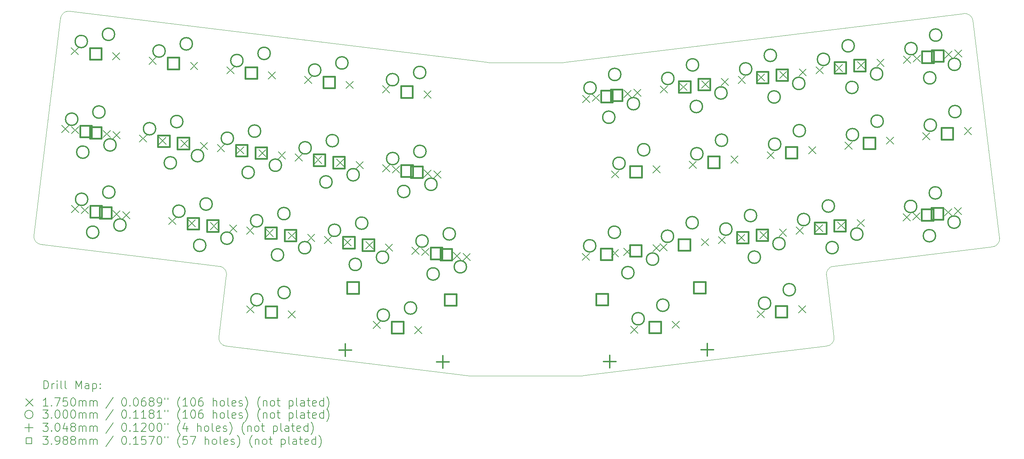
<source format=gbr>
%TF.GenerationSoftware,KiCad,Pcbnew,7.0.6*%
%TF.CreationDate,2024-02-12T15:49:10-05:00*%
%TF.ProjectId,lalettre2040-tripple-stagger-hotswap-pcb,6c616c65-7474-4726-9532-3034302d7472,rev?*%
%TF.SameCoordinates,PX1ea85bbPY7e0978f*%
%TF.FileFunction,Drillmap*%
%TF.FilePolarity,Positive*%
%FSLAX45Y45*%
G04 Gerber Fmt 4.5, Leading zero omitted, Abs format (unit mm)*
G04 Created by KiCad (PCBNEW 7.0.6) date 2024-02-12 15:49:10*
%MOMM*%
%LPD*%
G01*
G04 APERTURE LIST*
%ADD10C,0.090000*%
%ADD11C,0.200000*%
%ADD12C,0.175000*%
%ADD13C,0.300000*%
%ADD14C,0.304800*%
%ADD15C,0.398780*%
G04 APERTURE END LIST*
D10*
X4541222Y855451D02*
X4724636Y2349233D01*
X694117Y8602037D02*
X695630Y8612220D01*
X697634Y8622207D01*
X700116Y8631987D01*
X703062Y8641548D01*
X706458Y8650880D01*
X710290Y8659972D01*
X714543Y8668812D01*
X719204Y8677390D01*
X724259Y8685695D01*
X729694Y8693716D01*
X735495Y8701442D01*
X741647Y8708863D01*
X748137Y8715966D01*
X754951Y8722741D01*
X762075Y8729178D01*
X769494Y8735265D01*
X777195Y8740992D01*
X785164Y8746346D01*
X793387Y8751319D01*
X801849Y8755898D01*
X810537Y8760072D01*
X819437Y8763831D01*
X828535Y8767164D01*
X837816Y8770060D01*
X847267Y8772507D01*
X856874Y8774496D01*
X866622Y8776014D01*
X876498Y8777051D01*
X886488Y8777597D01*
X896578Y8777639D01*
X906753Y8777168D01*
X917000Y8776172D01*
X23336955Y3047585D02*
X19479722Y2573976D01*
X220517Y3103771D02*
X210333Y3105283D01*
X200346Y3107288D01*
X190567Y3109770D01*
X181005Y3112716D01*
X171674Y3116112D01*
X162582Y3119943D01*
X153742Y3124197D01*
X145164Y3128858D01*
X136858Y3133913D01*
X128837Y3139348D01*
X121111Y3145148D01*
X113691Y3151301D01*
X106588Y3157791D01*
X99812Y3164605D01*
X93376Y3171728D01*
X87289Y3179148D01*
X81562Y3186849D01*
X76207Y3194818D01*
X71235Y3203040D01*
X66656Y3211503D01*
X62482Y3220191D01*
X58722Y3229091D01*
X55389Y3238188D01*
X52494Y3247470D01*
X50046Y3256921D01*
X48058Y3266527D01*
X46540Y3276276D01*
X45502Y3286152D01*
X44957Y3296142D01*
X44914Y3306232D01*
X45385Y3316407D01*
X46381Y3326654D01*
X19305587Y2351093D02*
X19489000Y857311D01*
X46381Y3326654D02*
X694117Y8602037D01*
X12887876Y7525494D02*
X12896997Y7525603D01*
X12906112Y7525921D01*
X12915216Y7526445D01*
X12924306Y7527177D01*
X12933379Y7528117D01*
X12936399Y7528476D01*
X917000Y8776172D02*
X11086705Y7527489D01*
X4724636Y2349233D02*
X4725632Y2359480D01*
X4726103Y2369655D01*
X4726060Y2379744D01*
X4725515Y2389734D01*
X4724477Y2399610D01*
X4722959Y2409359D01*
X4720971Y2418966D01*
X4718523Y2428417D01*
X4715627Y2437698D01*
X4712295Y2446796D01*
X4708535Y2455696D01*
X4704361Y2464384D01*
X4699782Y2472846D01*
X4694810Y2481069D01*
X4689455Y2489038D01*
X4683728Y2496739D01*
X4677641Y2504158D01*
X4671205Y2511282D01*
X4664429Y2518096D01*
X4657326Y2524586D01*
X4649906Y2530738D01*
X4642180Y2536539D01*
X4634159Y2541974D01*
X4625854Y2547029D01*
X4617275Y2551690D01*
X4608435Y2555943D01*
X4599344Y2559775D01*
X4590012Y2563171D01*
X4580450Y2566117D01*
X4570671Y2568599D01*
X4560684Y2570603D01*
X4550500Y2572116D01*
X11086705Y7527489D02*
X11095855Y7526473D01*
X11105024Y7525667D01*
X11114209Y7525072D01*
X11123405Y7524689D01*
X11132609Y7524518D01*
X11135678Y7524508D01*
X10686603Y-97571D02*
X10677388Y-97472D01*
X10668179Y-97159D01*
X10658981Y-96636D01*
X10649797Y-95900D01*
X10640631Y-94953D01*
X10637580Y-94590D01*
X4715358Y632568D02*
X4705174Y634080D01*
X4695187Y636085D01*
X4685407Y638567D01*
X4675846Y641513D01*
X4666514Y644909D01*
X4657423Y648740D01*
X4648583Y652994D01*
X4640004Y657655D01*
X4631699Y662710D01*
X4623678Y668145D01*
X4615952Y673945D01*
X4608532Y680097D01*
X4601429Y686588D01*
X4594653Y693401D01*
X4588217Y700525D01*
X4582129Y707944D01*
X4576403Y715646D01*
X4571048Y723614D01*
X4566076Y731837D01*
X4561497Y740299D01*
X4557323Y748988D01*
X4553563Y757887D01*
X4550230Y766985D01*
X4547335Y776266D01*
X4544887Y785717D01*
X4542899Y795324D01*
X4541381Y805073D01*
X4540343Y814949D01*
X4539798Y824939D01*
X4539755Y835028D01*
X4540226Y845204D01*
X4541222Y855451D01*
X22863355Y8545851D02*
X23511091Y3270468D01*
X22640472Y8719986D02*
X22650719Y8720982D01*
X22660894Y8721454D01*
X22670984Y8721411D01*
X22680974Y8720866D01*
X22690850Y8719828D01*
X22700598Y8718310D01*
X22710205Y8716321D01*
X22719656Y8713874D01*
X22728938Y8710978D01*
X22738035Y8707645D01*
X22746935Y8703886D01*
X22755623Y8699712D01*
X22764086Y8695133D01*
X22772308Y8690161D01*
X22780277Y8684806D01*
X22787978Y8679079D01*
X22795398Y8672992D01*
X22802521Y8666555D01*
X22809335Y8659780D01*
X22815825Y8652677D01*
X22821978Y8645257D01*
X22827778Y8637531D01*
X22833213Y8629509D01*
X22838268Y8621204D01*
X22842929Y8612626D01*
X22847183Y8603786D01*
X22851014Y8594694D01*
X22854410Y8585362D01*
X22857356Y8575801D01*
X22859838Y8566022D01*
X22861843Y8556035D01*
X22863355Y8545851D01*
X13392368Y-92763D02*
X13383311Y-93770D01*
X13374236Y-94571D01*
X13365145Y-95165D01*
X13356043Y-95552D01*
X13346933Y-95731D01*
X13343896Y-95744D01*
X12936399Y7528476D02*
X22640472Y8719986D01*
X4550500Y2572116D02*
X220517Y3103771D01*
X19479722Y2573976D02*
X19469539Y2572464D01*
X19459552Y2570460D01*
X19449772Y2567977D01*
X19440211Y2565031D01*
X19430879Y2561635D01*
X19421788Y2557804D01*
X19412947Y2553550D01*
X19404369Y2548889D01*
X19396064Y2543834D01*
X19388043Y2538399D01*
X19380317Y2532599D01*
X19372897Y2526446D01*
X19365793Y2519956D01*
X19359018Y2513142D01*
X19352581Y2506019D01*
X19346494Y2498599D01*
X19340768Y2490898D01*
X19335413Y2482929D01*
X19330440Y2474707D01*
X19325862Y2466244D01*
X19321687Y2457556D01*
X19317928Y2448656D01*
X19314595Y2439559D01*
X19311699Y2430277D01*
X19309252Y2420826D01*
X19307263Y2411220D01*
X19305745Y2401471D01*
X19304708Y2391595D01*
X19304162Y2381605D01*
X19304120Y2371515D01*
X19304591Y2361340D01*
X19305587Y2351093D01*
X13343896Y-95744D02*
X10686603Y-97571D01*
X10637580Y-94590D02*
X4715358Y632568D01*
X19489000Y857311D02*
X19489996Y847064D01*
X19490467Y836889D01*
X19490425Y826799D01*
X19489879Y816809D01*
X19488842Y806933D01*
X19487324Y797185D01*
X19485335Y787578D01*
X19482888Y778127D01*
X19479992Y768846D01*
X19476659Y759748D01*
X19472900Y750848D01*
X19468726Y742160D01*
X19464147Y733698D01*
X19459174Y725475D01*
X19453819Y717506D01*
X19448093Y709805D01*
X19442006Y702386D01*
X19435569Y695262D01*
X19428794Y688448D01*
X19421691Y681958D01*
X19414270Y675806D01*
X19406544Y670005D01*
X19398523Y664570D01*
X19390218Y659515D01*
X19381640Y654854D01*
X19372800Y650601D01*
X19363708Y646769D01*
X19354376Y643373D01*
X19344815Y640427D01*
X19335035Y637945D01*
X19325048Y635941D01*
X19314865Y634428D01*
X23511091Y3270468D02*
X23512087Y3260221D01*
X23512558Y3250046D01*
X23512515Y3239956D01*
X23511970Y3229966D01*
X23510932Y3220090D01*
X23509414Y3210342D01*
X23507426Y3200735D01*
X23504978Y3191284D01*
X23502082Y3182003D01*
X23498750Y3172905D01*
X23494990Y3164005D01*
X23490816Y3155317D01*
X23486237Y3146855D01*
X23481265Y3138632D01*
X23475910Y3130663D01*
X23470183Y3122962D01*
X23464096Y3115543D01*
X23457660Y3108419D01*
X23450884Y3101605D01*
X23443781Y3095115D01*
X23436361Y3088963D01*
X23428635Y3083162D01*
X23420614Y3077727D01*
X23412309Y3072672D01*
X23403730Y3068011D01*
X23394890Y3063758D01*
X23385799Y3059926D01*
X23376467Y3056530D01*
X23366905Y3053584D01*
X23357126Y3051102D01*
X23347139Y3049098D01*
X23336955Y3047585D01*
X19314865Y634428D02*
X13392368Y-92763D01*
X11135678Y7524508D02*
X12887876Y7525494D01*
D11*
D12*
X723938Y5997671D02*
X898938Y5822671D01*
X898938Y5997671D02*
X723938Y5822671D01*
X956099Y7888472D02*
X1131099Y7713472D01*
X1131099Y7888472D02*
X956099Y7713472D01*
X960288Y5968651D02*
X1135288Y5793651D01*
X1135288Y5968651D02*
X960288Y5793651D01*
X964477Y4048831D02*
X1139477Y3873831D01*
X1139477Y4048831D02*
X964477Y3873831D01*
X1200827Y4019811D02*
X1375827Y3844811D01*
X1375827Y4019811D02*
X1200827Y3844811D01*
X1732365Y5873852D02*
X1907365Y5698852D01*
X1907365Y5873852D02*
X1732365Y5698852D01*
X1964526Y7764653D02*
X2139526Y7589653D01*
X2139526Y7764653D02*
X1964526Y7589653D01*
X1968715Y5844832D02*
X2143715Y5669832D01*
X2143715Y5844832D02*
X1968715Y5669832D01*
X1972904Y3925012D02*
X2147904Y3750012D01*
X2147904Y3925012D02*
X1972904Y3750012D01*
X2209254Y3895991D02*
X2384254Y3720991D01*
X2384254Y3895991D02*
X2209254Y3720991D01*
X2614739Y5765510D02*
X2789739Y5590510D01*
X2789739Y5765510D02*
X2614739Y5590510D01*
X2846900Y7656311D02*
X3021900Y7481311D01*
X3021900Y7656311D02*
X2846900Y7481311D01*
X3087439Y5707470D02*
X3262439Y5532470D01*
X3262439Y5707470D02*
X3087439Y5532470D01*
X3327978Y3758629D02*
X3502978Y3583629D01*
X3502978Y3758629D02*
X3327978Y3583629D01*
X3623165Y5641691D02*
X3798165Y5466691D01*
X3798165Y5641691D02*
X3623165Y5466691D01*
X3800678Y3700589D02*
X3975678Y3525589D01*
X3975678Y3700589D02*
X3800678Y3525589D01*
X3855326Y7532492D02*
X4030326Y7357492D01*
X4030326Y7532492D02*
X3855326Y7357492D01*
X4095865Y5583651D02*
X4270866Y5408651D01*
X4270866Y5583651D02*
X4095865Y5408651D01*
X4336405Y3634810D02*
X4511405Y3459810D01*
X4511405Y3634810D02*
X4336405Y3459810D01*
X4505539Y5533349D02*
X4680539Y5358349D01*
X4680539Y5533349D02*
X4505539Y5358349D01*
X4737700Y7424150D02*
X4912700Y7249150D01*
X4912700Y7424150D02*
X4737700Y7249150D01*
X4809105Y3576770D02*
X4984105Y3401770D01*
X4984105Y3576770D02*
X4809105Y3401770D01*
X4978239Y5475309D02*
X5153239Y5300309D01*
X5153239Y5475309D02*
X4978239Y5300309D01*
X5218778Y3526468D02*
X5393778Y3351468D01*
X5393778Y3526468D02*
X5218778Y3351468D01*
X5222967Y1606648D02*
X5397967Y1431648D01*
X5397967Y1606648D02*
X5222967Y1431648D01*
X5513966Y5409530D02*
X5688966Y5234530D01*
X5688966Y5409530D02*
X5513966Y5234530D01*
X5691478Y3468428D02*
X5866478Y3293428D01*
X5866478Y3468428D02*
X5691478Y3293428D01*
X5746127Y7300330D02*
X5921127Y7125330D01*
X5921127Y7300330D02*
X5746127Y7125330D01*
X5986666Y5351490D02*
X6161666Y5176490D01*
X6161666Y5351490D02*
X5986666Y5176490D01*
X6227205Y3402649D02*
X6402205Y3227649D01*
X6402205Y3402649D02*
X6227205Y3227649D01*
X6231394Y1482829D02*
X6406394Y1307829D01*
X6406394Y1482829D02*
X6231394Y1307829D01*
X6396339Y5301188D02*
X6571339Y5126188D01*
X6571339Y5301188D02*
X6396339Y5126188D01*
X6628500Y7191989D02*
X6803500Y7016989D01*
X6803500Y7191989D02*
X6628500Y7016989D01*
X6699905Y3344609D02*
X6874905Y3169609D01*
X6874905Y3344609D02*
X6699905Y3169609D01*
X6869039Y5243148D02*
X7044039Y5068148D01*
X7044039Y5243148D02*
X6869039Y5068148D01*
X7109579Y3294307D02*
X7284579Y3119307D01*
X7284579Y3294307D02*
X7109579Y3119307D01*
X7404766Y5177369D02*
X7579766Y5002369D01*
X7579766Y5177369D02*
X7404766Y5002369D01*
X7582278Y3236267D02*
X7757278Y3061267D01*
X7757278Y3236267D02*
X7582278Y3061267D01*
X7636927Y7068169D02*
X7811927Y6893169D01*
X7811927Y7068169D02*
X7636927Y6893169D01*
X7877466Y5119329D02*
X8052466Y4944329D01*
X8052466Y5119329D02*
X7877466Y4944329D01*
X8118005Y3170488D02*
X8293005Y2995488D01*
X8293005Y3170488D02*
X8118005Y2995488D01*
X8295518Y1229386D02*
X8470518Y1054386D01*
X8470518Y1229386D02*
X8295518Y1054386D01*
X8519301Y6959827D02*
X8694301Y6784827D01*
X8694301Y6959827D02*
X8519301Y6784827D01*
X8523490Y5040007D02*
X8698490Y4865007D01*
X8698490Y5040007D02*
X8523490Y4865007D01*
X8590705Y3112448D02*
X8765705Y2937448D01*
X8765705Y3112448D02*
X8590705Y2937448D01*
X8759840Y5010987D02*
X8934840Y4835987D01*
X8934840Y5010987D02*
X8759840Y4835987D01*
X9236729Y3033126D02*
X9411729Y2858126D01*
X9411729Y3033126D02*
X9236729Y2858126D01*
X9303945Y1105567D02*
X9478945Y930567D01*
X9478945Y1105567D02*
X9303945Y930567D01*
X9473079Y3004106D02*
X9648079Y2829106D01*
X9648079Y3004106D02*
X9473079Y2829106D01*
X9527728Y6836008D02*
X9702728Y6661008D01*
X9702728Y6836008D02*
X9527728Y6661008D01*
X9531917Y4916188D02*
X9706917Y4741188D01*
X9706917Y4916188D02*
X9531917Y4741188D01*
X9768267Y4887168D02*
X9943267Y4712168D01*
X9943267Y4887168D02*
X9768267Y4712168D01*
X10245156Y2909307D02*
X10420156Y2734307D01*
X10420156Y2909307D02*
X10245156Y2734307D01*
X10481506Y2880287D02*
X10656506Y2705287D01*
X10656506Y2880287D02*
X10481506Y2705287D01*
X13373103Y2886744D02*
X13548103Y2711744D01*
X13548103Y2886744D02*
X13373103Y2711744D01*
X13381474Y6726386D02*
X13556474Y6551386D01*
X13556474Y6726386D02*
X13381474Y6551386D01*
X13617824Y6755406D02*
X13792824Y6580406D01*
X13792824Y6755406D02*
X13617824Y6580406D01*
X14082146Y2973805D02*
X14257146Y2798805D01*
X14257146Y2973805D02*
X14082146Y2798805D01*
X14086342Y4893625D02*
X14261342Y4718625D01*
X14261342Y4893625D02*
X14086342Y4718625D01*
X14381530Y3010563D02*
X14556530Y2835563D01*
X14556530Y3010563D02*
X14381530Y2835563D01*
X14389901Y6850205D02*
X14564901Y6675205D01*
X14564901Y6850205D02*
X14389901Y6675205D01*
X14550657Y1112025D02*
X14725657Y937025D01*
X14725657Y1112025D02*
X14550657Y937025D01*
X14626251Y6879225D02*
X14801251Y6704225D01*
X14801251Y6879225D02*
X14626251Y6704225D01*
X15090573Y3097625D02*
X15265573Y2922625D01*
X15265573Y3097625D02*
X15090573Y2922625D01*
X15094769Y5017444D02*
X15269769Y4842444D01*
X15269769Y5017444D02*
X15094769Y4842444D01*
X15263903Y3118905D02*
X15438903Y2943905D01*
X15438903Y3118905D02*
X15263903Y2943905D01*
X15272281Y6958547D02*
X15447281Y6783547D01*
X15447281Y6958547D02*
X15272281Y6783547D01*
X15559084Y1235844D02*
X15734084Y1060844D01*
X15734084Y1235844D02*
X15559084Y1060844D01*
X15744981Y7016587D02*
X15919981Y6841587D01*
X15919981Y7016587D02*
X15744981Y6841587D01*
X15977142Y5125786D02*
X16152142Y4950786D01*
X16152142Y5125786D02*
X15977142Y4950786D01*
X16272330Y3242725D02*
X16447330Y3067725D01*
X16447330Y3242725D02*
X16272330Y3067725D01*
X16280708Y7082366D02*
X16455708Y6907366D01*
X16455708Y7082366D02*
X16280708Y6907366D01*
X16682004Y3293026D02*
X16857004Y3118026D01*
X16857004Y3293026D02*
X16682004Y3118026D01*
X16753408Y7140406D02*
X16928408Y6965406D01*
X16928408Y7140406D02*
X16753408Y6965406D01*
X16985569Y5249606D02*
X17160569Y5074606D01*
X17160569Y5249606D02*
X16985569Y5074606D01*
X17154704Y3351066D02*
X17329704Y3176066D01*
X17329704Y3351066D02*
X17154704Y3176066D01*
X17163082Y7190707D02*
X17338082Y7015707D01*
X17338082Y7190707D02*
X17163082Y7015707D01*
X17623208Y1489287D02*
X17798208Y1314287D01*
X17798208Y1489287D02*
X17623208Y1314287D01*
X17635782Y7248748D02*
X17810782Y7073748D01*
X17810782Y7248748D02*
X17635782Y7073748D01*
X17690431Y3416845D02*
X17865431Y3241845D01*
X17865431Y3416845D02*
X17690431Y3241845D01*
X17867943Y5357947D02*
X18042943Y5182947D01*
X18042943Y5357947D02*
X17867943Y5182947D01*
X18163131Y3474886D02*
X18338131Y3299886D01*
X18338131Y3474886D02*
X18163131Y3299886D01*
X18171509Y7314527D02*
X18346509Y7139527D01*
X18346509Y7314527D02*
X18171509Y7139527D01*
X18572804Y3525187D02*
X18747804Y3350187D01*
X18747804Y3525187D02*
X18572804Y3350187D01*
X18631635Y1613106D02*
X18806635Y1438106D01*
X18806635Y1613106D02*
X18631635Y1438106D01*
X18644209Y7372567D02*
X18819209Y7197567D01*
X18819209Y7372567D02*
X18644209Y7197567D01*
X18876370Y5481767D02*
X19051370Y5306767D01*
X19051370Y5481767D02*
X18876370Y5306767D01*
X19045504Y3583228D02*
X19220504Y3408228D01*
X19220504Y3583228D02*
X19045504Y3408228D01*
X19053882Y7422869D02*
X19228882Y7247869D01*
X19228882Y7422869D02*
X19053882Y7247869D01*
X19526582Y7480909D02*
X19701582Y7305909D01*
X19701582Y7480909D02*
X19526582Y7305909D01*
X19581231Y3649006D02*
X19756231Y3474006D01*
X19756231Y3649006D02*
X19581231Y3474006D01*
X19758743Y5590109D02*
X19933743Y5415109D01*
X19933743Y5590109D02*
X19758743Y5415109D01*
X20053931Y3707047D02*
X20228931Y3532047D01*
X20228931Y3707047D02*
X20053931Y3532047D01*
X20062309Y7546688D02*
X20237309Y7371688D01*
X20237309Y7546688D02*
X20062309Y7371688D01*
X20535009Y7604728D02*
X20710009Y7429728D01*
X20710009Y7604728D02*
X20535009Y7429728D01*
X20767170Y5713928D02*
X20942170Y5538928D01*
X20942170Y5713928D02*
X20767170Y5538928D01*
X21172648Y3844410D02*
X21347648Y3669410D01*
X21347648Y3844410D02*
X21172648Y3669410D01*
X21181026Y7684051D02*
X21356026Y7509051D01*
X21356026Y7684051D02*
X21181026Y7509051D01*
X21408998Y3873430D02*
X21583998Y3698430D01*
X21583998Y3873430D02*
X21408998Y3698430D01*
X21417383Y7713070D02*
X21592383Y7538070D01*
X21592383Y7713070D02*
X21417383Y7538070D01*
X21649544Y5822269D02*
X21824544Y5647269D01*
X21824544Y5822269D02*
X21649544Y5647269D01*
X22181075Y3968229D02*
X22356075Y3793229D01*
X22356075Y3968229D02*
X22181075Y3793229D01*
X22189453Y7807870D02*
X22364453Y7632870D01*
X22364453Y7807870D02*
X22189453Y7632870D01*
X22417425Y3997249D02*
X22592425Y3822249D01*
X22592425Y3997249D02*
X22417425Y3822249D01*
X22425809Y7836889D02*
X22600809Y7661889D01*
X22600809Y7836889D02*
X22425809Y7661889D01*
X22657970Y5946089D02*
X22832970Y5771089D01*
X22832970Y5946089D02*
X22657970Y5771089D01*
D13*
X1118446Y6146801D02*
G75*
G03*
X1118446Y6146801I-150000J0D01*
G01*
X1350607Y8037601D02*
G75*
G03*
X1350607Y8037601I-150000J0D01*
G01*
X1358985Y4197960D02*
G75*
G03*
X1358985Y4197960I-150000J0D01*
G01*
X1387985Y5345983D02*
G75*
G03*
X1387985Y5345983I-150000J0D01*
G01*
X1628524Y3397142D02*
G75*
G03*
X1628524Y3397142I-150000J0D01*
G01*
X1779668Y6321520D02*
G75*
G03*
X1779668Y6321520I-150000J0D01*
G01*
X2011829Y8212321D02*
G75*
G03*
X2011829Y8212321I-150000J0D01*
G01*
X2020207Y4372680D02*
G75*
G03*
X2020207Y4372680I-150000J0D01*
G01*
X2049207Y5520703D02*
G75*
G03*
X2049207Y5520703I-150000J0D01*
G01*
X2289746Y3571862D02*
G75*
G03*
X2289746Y3571862I-150000J0D01*
G01*
X3009247Y5914640D02*
G75*
G03*
X3009247Y5914640I-150000J0D01*
G01*
X3241408Y7805440D02*
G75*
G03*
X3241408Y7805440I-150000J0D01*
G01*
X3515136Y5084802D02*
G75*
G03*
X3515136Y5084802I-150000J0D01*
G01*
X3670468Y6089359D02*
G75*
G03*
X3670468Y6089359I-150000J0D01*
G01*
X3722486Y3907759D02*
G75*
G03*
X3722486Y3907759I-150000J0D01*
G01*
X3902629Y7980160D02*
G75*
G03*
X3902629Y7980160I-150000J0D01*
G01*
X4176357Y5259522D02*
G75*
G03*
X4176357Y5259522I-150000J0D01*
G01*
X4228375Y3077921D02*
G75*
G03*
X4228375Y3077921I-150000J0D01*
G01*
X4383708Y4082478D02*
G75*
G03*
X4383708Y4082478I-150000J0D01*
G01*
X4889596Y3252641D02*
G75*
G03*
X4889596Y3252641I-150000J0D01*
G01*
X4900047Y5682479D02*
G75*
G03*
X4900047Y5682479I-150000J0D01*
G01*
X5132208Y7573279D02*
G75*
G03*
X5132208Y7573279I-150000J0D01*
G01*
X5405936Y4852641D02*
G75*
G03*
X5405936Y4852641I-150000J0D01*
G01*
X5561269Y5857198D02*
G75*
G03*
X5561269Y5857198I-150000J0D01*
G01*
X5613286Y3675598D02*
G75*
G03*
X5613286Y3675598I-150000J0D01*
G01*
X5617475Y1755777D02*
G75*
G03*
X5617475Y1755777I-150000J0D01*
G01*
X5793430Y7747999D02*
G75*
G03*
X5793430Y7747999I-150000J0D01*
G01*
X6067158Y5027361D02*
G75*
G03*
X6067158Y5027361I-150000J0D01*
G01*
X6119175Y2845760D02*
G75*
G03*
X6119175Y2845760I-150000J0D01*
G01*
X6274508Y3850317D02*
G75*
G03*
X6274508Y3850317I-150000J0D01*
G01*
X6278697Y1930497D02*
G75*
G03*
X6278697Y1930497I-150000J0D01*
G01*
X6780397Y3020480D02*
G75*
G03*
X6780397Y3020480I-150000J0D01*
G01*
X6790847Y5450318D02*
G75*
G03*
X6790847Y5450318I-150000J0D01*
G01*
X7023008Y7341118D02*
G75*
G03*
X7023008Y7341118I-150000J0D01*
G01*
X7296736Y4620480D02*
G75*
G03*
X7296736Y4620480I-150000J0D01*
G01*
X7452069Y5625037D02*
G75*
G03*
X7452069Y5625037I-150000J0D01*
G01*
X7504087Y3443437D02*
G75*
G03*
X7504087Y3443437I-150000J0D01*
G01*
X7684230Y7515838D02*
G75*
G03*
X7684230Y7515838I-150000J0D01*
G01*
X7957958Y4795200D02*
G75*
G03*
X7957958Y4795200I-150000J0D01*
G01*
X8009976Y2613599D02*
G75*
G03*
X8009976Y2613599I-150000J0D01*
G01*
X8165308Y3618156D02*
G75*
G03*
X8165308Y3618156I-150000J0D01*
G01*
X8671197Y2788319D02*
G75*
G03*
X8671197Y2788319I-150000J0D01*
G01*
X8690026Y1378515D02*
G75*
G03*
X8690026Y1378515I-150000J0D01*
G01*
X8913809Y7108957D02*
G75*
G03*
X8913809Y7108957I-150000J0D01*
G01*
X8917998Y5189136D02*
G75*
G03*
X8917998Y5189136I-150000J0D01*
G01*
X9187537Y4388319D02*
G75*
G03*
X9187537Y4388319I-150000J0D01*
G01*
X9351248Y1553235D02*
G75*
G03*
X9351248Y1553235I-150000J0D01*
G01*
X9575031Y7283676D02*
G75*
G03*
X9575031Y7283676I-150000J0D01*
G01*
X9579220Y5363856D02*
G75*
G03*
X9579220Y5363856I-150000J0D01*
G01*
X9631237Y3182255D02*
G75*
G03*
X9631237Y3182255I-150000J0D01*
G01*
X9848759Y4563038D02*
G75*
G03*
X9848759Y4563038I-150000J0D01*
G01*
X9900776Y2381438D02*
G75*
G03*
X9900776Y2381438I-150000J0D01*
G01*
X10292459Y3356975D02*
G75*
G03*
X10292459Y3356975I-150000J0D01*
G01*
X10561998Y2556157D02*
G75*
G03*
X10561998Y2556157I-150000J0D01*
G01*
X13705701Y3066828D02*
G75*
G03*
X13705701Y3066828I-150000J0D01*
G01*
X13714073Y6906470D02*
G75*
G03*
X13714073Y6906470I-150000J0D01*
G01*
X14169340Y6194647D02*
G75*
G03*
X14169340Y6194647I-150000J0D01*
G01*
X14305013Y3396322D02*
G75*
G03*
X14305013Y3396322I-150000J0D01*
G01*
X14313385Y7235964D02*
G75*
G03*
X14313385Y7235964I-150000J0D01*
G01*
X14418940Y5073709D02*
G75*
G03*
X14418940Y5073709I-150000J0D01*
G01*
X14633662Y2413047D02*
G75*
G03*
X14633662Y2413047I-150000J0D01*
G01*
X14768652Y6524141D02*
G75*
G03*
X14768652Y6524141I-150000J0D01*
G01*
X14883256Y1292109D02*
G75*
G03*
X14883256Y1292109I-150000J0D01*
G01*
X15018252Y5403203D02*
G75*
G03*
X15018252Y5403203I-150000J0D01*
G01*
X15232974Y2742541D02*
G75*
G03*
X15232974Y2742541I-150000J0D01*
G01*
X15482568Y1621603D02*
G75*
G03*
X15482568Y1621603I-150000J0D01*
G01*
X15596502Y3298989D02*
G75*
G03*
X15596502Y3298989I-150000J0D01*
G01*
X15604880Y7138631D02*
G75*
G03*
X15604880Y7138631I-150000J0D01*
G01*
X16195814Y3628483D02*
G75*
G03*
X16195814Y3628483I-150000J0D01*
G01*
X16204192Y7468124D02*
G75*
G03*
X16204192Y7468124I-150000J0D01*
G01*
X16296497Y6455828D02*
G75*
G03*
X16296497Y6455828I-150000J0D01*
G01*
X16309741Y5305870D02*
G75*
G03*
X16309741Y5305870I-150000J0D01*
G01*
X16895810Y6785322D02*
G75*
G03*
X16895810Y6785322I-150000J0D01*
G01*
X16909053Y5635364D02*
G75*
G03*
X16909053Y5635364I-150000J0D01*
G01*
X17014602Y3473110D02*
G75*
G03*
X17014602Y3473110I-150000J0D01*
G01*
X17495680Y7370792D02*
G75*
G03*
X17495680Y7370792I-150000J0D01*
G01*
X17613914Y3802604D02*
G75*
G03*
X17613914Y3802604I-150000J0D01*
G01*
X17706220Y2790308D02*
G75*
G03*
X17706220Y2790308I-150000J0D01*
G01*
X17955807Y1669371D02*
G75*
G03*
X17955807Y1669371I-150000J0D01*
G01*
X18094992Y7700285D02*
G75*
G03*
X18094992Y7700285I-150000J0D01*
G01*
X18187298Y6687989D02*
G75*
G03*
X18187298Y6687989I-150000J0D01*
G01*
X18200541Y5538032D02*
G75*
G03*
X18200541Y5538032I-150000J0D01*
G01*
X18305532Y3119801D02*
G75*
G03*
X18305532Y3119801I-150000J0D01*
G01*
X18555119Y1998865D02*
G75*
G03*
X18555119Y1998865I-150000J0D01*
G01*
X18786610Y7017483D02*
G75*
G03*
X18786610Y7017483I-150000J0D01*
G01*
X18799853Y5867525D02*
G75*
G03*
X18799853Y5867525I-150000J0D01*
G01*
X18905403Y3705271D02*
G75*
G03*
X18905403Y3705271I-150000J0D01*
G01*
X19386481Y7602953D02*
G75*
G03*
X19386481Y7602953I-150000J0D01*
G01*
X19504715Y4034765D02*
G75*
G03*
X19504715Y4034765I-150000J0D01*
G01*
X19597021Y3022469D02*
G75*
G03*
X19597021Y3022469I-150000J0D01*
G01*
X19985793Y7932447D02*
G75*
G03*
X19985793Y7932447I-150000J0D01*
G01*
X20078099Y6920150D02*
G75*
G03*
X20078099Y6920150I-150000J0D01*
G01*
X20091342Y5770193D02*
G75*
G03*
X20091342Y5770193I-150000J0D01*
G01*
X20196333Y3351963D02*
G75*
G03*
X20196333Y3351963I-150000J0D01*
G01*
X20677411Y7249644D02*
G75*
G03*
X20677411Y7249644I-150000J0D01*
G01*
X20690654Y6099686D02*
G75*
G03*
X20690654Y6099686I-150000J0D01*
G01*
X21505246Y4024494D02*
G75*
G03*
X21505246Y4024494I-150000J0D01*
G01*
X21513624Y7864135D02*
G75*
G03*
X21513624Y7864135I-150000J0D01*
G01*
X21960514Y3312671D02*
G75*
G03*
X21960514Y3312671I-150000J0D01*
G01*
X21968899Y7152311D02*
G75*
G03*
X21968899Y7152311I-150000J0D01*
G01*
X21982142Y6002354D02*
G75*
G03*
X21982142Y6002354I-150000J0D01*
G01*
X22104558Y4353988D02*
G75*
G03*
X22104558Y4353988I-150000J0D01*
G01*
X22112936Y8193628D02*
G75*
G03*
X22112936Y8193628I-150000J0D01*
G01*
X22559826Y3642165D02*
G75*
G03*
X22559826Y3642165I-150000J0D01*
G01*
X22568211Y7481805D02*
G75*
G03*
X22568211Y7481805I-150000J0D01*
G01*
X22581454Y6331847D02*
G75*
G03*
X22581454Y6331847I-150000J0D01*
G01*
D14*
X7617204Y684571D02*
X7617204Y379771D01*
X7464804Y532171D02*
X7769604Y532171D01*
X9987007Y393595D02*
X9987007Y88795D01*
X9834607Y241195D02*
X10139407Y241195D01*
X14042595Y400054D02*
X14042595Y95254D01*
X13890195Y247654D02*
X14194995Y247654D01*
X16412398Y691029D02*
X16412398Y386229D01*
X16259998Y538629D02*
X16564798Y538629D01*
D15*
X1456643Y5707270D02*
X1456643Y5989253D01*
X1174660Y5989253D01*
X1174660Y5707270D01*
X1456643Y5707270D01*
X1688804Y7598071D02*
X1688804Y7880054D01*
X1406821Y7880054D01*
X1406821Y7598071D01*
X1688804Y7598071D01*
X1692993Y5678250D02*
X1692993Y5960233D01*
X1411010Y5960233D01*
X1411010Y5678250D01*
X1692993Y5678250D01*
X1697182Y3758430D02*
X1697182Y4040413D01*
X1415199Y4040413D01*
X1415199Y3758430D01*
X1697182Y3758430D01*
X1933532Y3729410D02*
X1933532Y4011392D01*
X1651549Y4011392D01*
X1651549Y3729410D01*
X1933532Y3729410D01*
X3347443Y5475109D02*
X3347443Y5757092D01*
X3065460Y5757092D01*
X3065460Y5475109D01*
X3347443Y5475109D01*
X3579604Y7365910D02*
X3579604Y7647893D01*
X3297622Y7647893D01*
X3297622Y7365910D01*
X3579604Y7365910D01*
X3820143Y5417069D02*
X3820143Y5699052D01*
X3538161Y5699052D01*
X3538161Y5417069D01*
X3820143Y5417069D01*
X4060683Y3468228D02*
X4060683Y3750211D01*
X3778700Y3750211D01*
X3778700Y3468228D01*
X4060683Y3468228D01*
X4533383Y3410188D02*
X4533383Y3692171D01*
X4251400Y3692171D01*
X4251400Y3410188D01*
X4533383Y3410188D01*
X5238244Y5242948D02*
X5238244Y5524931D01*
X4956261Y5524931D01*
X4956261Y5242948D01*
X5238244Y5242948D01*
X5470405Y7133749D02*
X5470405Y7415731D01*
X5188422Y7415731D01*
X5188422Y7133749D01*
X5470405Y7133749D01*
X5710944Y5184908D02*
X5710944Y5466891D01*
X5428961Y5466891D01*
X5428961Y5184908D01*
X5710944Y5184908D01*
X5951483Y3236067D02*
X5951483Y3518050D01*
X5669500Y3518050D01*
X5669500Y3236067D01*
X5951483Y3236067D01*
X5955672Y1316247D02*
X5955672Y1598230D01*
X5673689Y1598230D01*
X5673689Y1316247D01*
X5955672Y1316247D01*
X6424183Y3178027D02*
X6424183Y3460010D01*
X6142200Y3460010D01*
X6142200Y3178027D01*
X6424183Y3178027D01*
X7129044Y5010787D02*
X7129044Y5292770D01*
X6847061Y5292770D01*
X6847061Y5010787D01*
X7129044Y5010787D01*
X7361205Y6901588D02*
X7361205Y7183570D01*
X7079222Y7183570D01*
X7079222Y6901588D01*
X7361205Y6901588D01*
X7601744Y4952747D02*
X7601744Y5234730D01*
X7319761Y5234730D01*
X7319761Y4952747D01*
X7601744Y4952747D01*
X7842283Y3003906D02*
X7842283Y3285889D01*
X7560301Y3285889D01*
X7560301Y3003906D01*
X7842283Y3003906D01*
X7943924Y1903820D02*
X7943924Y2185802D01*
X7661941Y2185802D01*
X7661941Y1903820D01*
X7943924Y1903820D01*
X8314983Y2945866D02*
X8314983Y3227849D01*
X8033000Y3227849D01*
X8033000Y2945866D01*
X8314983Y2945866D01*
X9028223Y938985D02*
X9028223Y1220968D01*
X8746240Y1220968D01*
X8746240Y938985D01*
X9028223Y938985D01*
X9252006Y6669426D02*
X9252006Y6951409D01*
X8970023Y6951409D01*
X8970023Y6669426D01*
X9252006Y6669426D01*
X9256195Y4749606D02*
X9256195Y5031589D01*
X8974212Y5031589D01*
X8974212Y4749606D01*
X9256195Y4749606D01*
X9492545Y4720586D02*
X9492545Y5002569D01*
X9210562Y5002569D01*
X9210562Y4720586D01*
X9492545Y4720586D01*
X9969434Y2742725D02*
X9969434Y3024708D01*
X9687451Y3024708D01*
X9687451Y2742725D01*
X9969434Y2742725D01*
X10205784Y2713705D02*
X10205784Y2995688D01*
X9923801Y2995688D01*
X9923801Y2713705D01*
X10205784Y2713705D01*
X10313727Y1612844D02*
X10313727Y1894827D01*
X10031745Y1894827D01*
X10031745Y1612844D01*
X10313727Y1612844D01*
X13997858Y1619303D02*
X13997858Y1901285D01*
X13715875Y1901285D01*
X13715875Y1619303D01*
X13997858Y1619303D01*
X14105808Y2720162D02*
X14105808Y3002145D01*
X13823825Y3002145D01*
X13823825Y2720162D01*
X14105808Y2720162D01*
X14114179Y6559804D02*
X14114179Y6841787D01*
X13832196Y6841787D01*
X13832196Y6559804D01*
X14114179Y6559804D01*
X14350529Y6588824D02*
X14350529Y6870807D01*
X14068546Y6870807D01*
X14068546Y6588824D01*
X14350529Y6588824D01*
X14814851Y2807224D02*
X14814851Y3089206D01*
X14532868Y3089206D01*
X14532868Y2807224D01*
X14814851Y2807224D01*
X14819047Y4727043D02*
X14819047Y5009026D01*
X14537064Y5009026D01*
X14537064Y4727043D01*
X14819047Y4727043D01*
X15283362Y945443D02*
X15283362Y1227426D01*
X15001379Y1227426D01*
X15001379Y945443D01*
X15283362Y945443D01*
X15996608Y2952324D02*
X15996608Y3234306D01*
X15714625Y3234306D01*
X15714625Y2952324D01*
X15996608Y2952324D01*
X16004986Y6791965D02*
X16004986Y7073948D01*
X15723003Y7073948D01*
X15723003Y6791965D01*
X16004986Y6791965D01*
X16367661Y1910278D02*
X16367661Y2192261D01*
X16085678Y2192261D01*
X16085678Y1910278D01*
X16367661Y1910278D01*
X16477686Y6850005D02*
X16477686Y7131988D01*
X16195703Y7131988D01*
X16195703Y6850005D01*
X16477686Y6850005D01*
X16709847Y4959205D02*
X16709847Y5241187D01*
X16427864Y5241187D01*
X16427864Y4959205D01*
X16709847Y4959205D01*
X17414709Y3126444D02*
X17414709Y3408427D01*
X17132726Y3408427D01*
X17132726Y3126444D01*
X17414709Y3126444D01*
X17887409Y3184485D02*
X17887409Y3466467D01*
X17605426Y3466467D01*
X17605426Y3184485D01*
X17887409Y3184485D01*
X17895787Y7024126D02*
X17895787Y7306108D01*
X17613804Y7306108D01*
X17613804Y7024126D01*
X17895787Y7024126D01*
X18355913Y1322705D02*
X18355913Y1604688D01*
X18073930Y1604688D01*
X18073930Y1322705D01*
X18355913Y1322705D01*
X18368487Y7082166D02*
X18368487Y7364149D01*
X18086504Y7364149D01*
X18086504Y7082166D01*
X18368487Y7082166D01*
X18600648Y5191366D02*
X18600648Y5473348D01*
X18318665Y5473348D01*
X18318665Y5191366D01*
X18600648Y5191366D01*
X19305509Y3358605D02*
X19305509Y3640588D01*
X19023526Y3640588D01*
X19023526Y3358605D01*
X19305509Y3358605D01*
X19778209Y3416646D02*
X19778209Y3698629D01*
X19496226Y3698629D01*
X19496226Y3416646D01*
X19778209Y3416646D01*
X19786587Y7256287D02*
X19786587Y7538270D01*
X19504604Y7538270D01*
X19504604Y7256287D01*
X19786587Y7256287D01*
X20259287Y7314327D02*
X20259287Y7596310D01*
X19977304Y7596310D01*
X19977304Y7314327D01*
X20259287Y7314327D01*
X20491448Y5423527D02*
X20491448Y5705509D01*
X20209465Y5705509D01*
X20209465Y5423527D01*
X20491448Y5423527D01*
X21905353Y3677828D02*
X21905353Y3959811D01*
X21623370Y3959811D01*
X21623370Y3677828D01*
X21905353Y3677828D01*
X21913731Y7517469D02*
X21913731Y7799452D01*
X21631748Y7799452D01*
X21631748Y7517469D01*
X21913731Y7517469D01*
X22141703Y3706848D02*
X22141703Y3988831D01*
X21859720Y3988831D01*
X21859720Y3706848D01*
X22141703Y3706848D01*
X22150087Y7546488D02*
X22150087Y7828471D01*
X21868105Y7828471D01*
X21868105Y7546488D01*
X22150087Y7546488D01*
X22382248Y5655688D02*
X22382248Y5937670D01*
X22100266Y5937670D01*
X22100266Y5655688D01*
X22382248Y5655688D01*
D11*
X289197Y-413566D02*
X289197Y-213566D01*
X289197Y-213566D02*
X336816Y-213566D01*
X336816Y-213566D02*
X365387Y-223090D01*
X365387Y-223090D02*
X384435Y-242138D01*
X384435Y-242138D02*
X393959Y-261185D01*
X393959Y-261185D02*
X403483Y-299281D01*
X403483Y-299281D02*
X403483Y-327852D01*
X403483Y-327852D02*
X393959Y-365947D01*
X393959Y-365947D02*
X384435Y-384995D01*
X384435Y-384995D02*
X365387Y-404043D01*
X365387Y-404043D02*
X336816Y-413566D01*
X336816Y-413566D02*
X289197Y-413566D01*
X489197Y-413566D02*
X489197Y-280233D01*
X489197Y-318328D02*
X498721Y-299281D01*
X498721Y-299281D02*
X508245Y-289757D01*
X508245Y-289757D02*
X527292Y-280233D01*
X527292Y-280233D02*
X546340Y-280233D01*
X613007Y-413566D02*
X613007Y-280233D01*
X613007Y-213566D02*
X603483Y-223090D01*
X603483Y-223090D02*
X613007Y-232614D01*
X613007Y-232614D02*
X622530Y-223090D01*
X622530Y-223090D02*
X613007Y-213566D01*
X613007Y-213566D02*
X613007Y-232614D01*
X736816Y-413566D02*
X717768Y-404043D01*
X717768Y-404043D02*
X708245Y-384995D01*
X708245Y-384995D02*
X708245Y-213566D01*
X841578Y-413566D02*
X822530Y-404043D01*
X822530Y-404043D02*
X813006Y-384995D01*
X813006Y-384995D02*
X813006Y-213566D01*
X1070149Y-413566D02*
X1070149Y-213566D01*
X1070149Y-213566D02*
X1136816Y-356423D01*
X1136816Y-356423D02*
X1203483Y-213566D01*
X1203483Y-213566D02*
X1203483Y-413566D01*
X1384435Y-413566D02*
X1384435Y-308805D01*
X1384435Y-308805D02*
X1374911Y-289757D01*
X1374911Y-289757D02*
X1355864Y-280233D01*
X1355864Y-280233D02*
X1317768Y-280233D01*
X1317768Y-280233D02*
X1298721Y-289757D01*
X1384435Y-404043D02*
X1365388Y-413566D01*
X1365388Y-413566D02*
X1317768Y-413566D01*
X1317768Y-413566D02*
X1298721Y-404043D01*
X1298721Y-404043D02*
X1289197Y-384995D01*
X1289197Y-384995D02*
X1289197Y-365947D01*
X1289197Y-365947D02*
X1298721Y-346900D01*
X1298721Y-346900D02*
X1317768Y-337376D01*
X1317768Y-337376D02*
X1365388Y-337376D01*
X1365388Y-337376D02*
X1384435Y-327852D01*
X1479673Y-280233D02*
X1479673Y-480233D01*
X1479673Y-289757D02*
X1498721Y-280233D01*
X1498721Y-280233D02*
X1536816Y-280233D01*
X1536816Y-280233D02*
X1555864Y-289757D01*
X1555864Y-289757D02*
X1565387Y-299281D01*
X1565387Y-299281D02*
X1574911Y-318328D01*
X1574911Y-318328D02*
X1574911Y-375471D01*
X1574911Y-375471D02*
X1565387Y-394519D01*
X1565387Y-394519D02*
X1555864Y-404043D01*
X1555864Y-404043D02*
X1536816Y-413566D01*
X1536816Y-413566D02*
X1498721Y-413566D01*
X1498721Y-413566D02*
X1479673Y-404043D01*
X1660626Y-394519D02*
X1670149Y-404043D01*
X1670149Y-404043D02*
X1660626Y-413566D01*
X1660626Y-413566D02*
X1651102Y-404043D01*
X1651102Y-404043D02*
X1660626Y-394519D01*
X1660626Y-394519D02*
X1660626Y-413566D01*
X1660626Y-289757D02*
X1670149Y-299281D01*
X1670149Y-299281D02*
X1660626Y-308805D01*
X1660626Y-308805D02*
X1651102Y-299281D01*
X1651102Y-299281D02*
X1660626Y-289757D01*
X1660626Y-289757D02*
X1660626Y-308805D01*
D12*
X-146580Y-654583D02*
X28420Y-829583D01*
X28420Y-654583D02*
X-146580Y-829583D01*
D11*
X393959Y-833566D02*
X279673Y-833566D01*
X336816Y-833566D02*
X336816Y-633566D01*
X336816Y-633566D02*
X317768Y-662138D01*
X317768Y-662138D02*
X298721Y-681185D01*
X298721Y-681185D02*
X279673Y-690709D01*
X479673Y-814519D02*
X489197Y-824043D01*
X489197Y-824043D02*
X479673Y-833566D01*
X479673Y-833566D02*
X470149Y-824043D01*
X470149Y-824043D02*
X479673Y-814519D01*
X479673Y-814519D02*
X479673Y-833566D01*
X555864Y-633566D02*
X689197Y-633566D01*
X689197Y-633566D02*
X603483Y-833566D01*
X860626Y-633566D02*
X765387Y-633566D01*
X765387Y-633566D02*
X755864Y-728804D01*
X755864Y-728804D02*
X765387Y-719281D01*
X765387Y-719281D02*
X784435Y-709757D01*
X784435Y-709757D02*
X832054Y-709757D01*
X832054Y-709757D02*
X851102Y-719281D01*
X851102Y-719281D02*
X860626Y-728804D01*
X860626Y-728804D02*
X870149Y-747852D01*
X870149Y-747852D02*
X870149Y-795471D01*
X870149Y-795471D02*
X860626Y-814519D01*
X860626Y-814519D02*
X851102Y-824043D01*
X851102Y-824043D02*
X832054Y-833566D01*
X832054Y-833566D02*
X784435Y-833566D01*
X784435Y-833566D02*
X765387Y-824043D01*
X765387Y-824043D02*
X755864Y-814519D01*
X993959Y-633566D02*
X1013007Y-633566D01*
X1013007Y-633566D02*
X1032054Y-643090D01*
X1032054Y-643090D02*
X1041578Y-652614D01*
X1041578Y-652614D02*
X1051102Y-671662D01*
X1051102Y-671662D02*
X1060626Y-709757D01*
X1060626Y-709757D02*
X1060626Y-757376D01*
X1060626Y-757376D02*
X1051102Y-795471D01*
X1051102Y-795471D02*
X1041578Y-814519D01*
X1041578Y-814519D02*
X1032054Y-824043D01*
X1032054Y-824043D02*
X1013007Y-833566D01*
X1013007Y-833566D02*
X993959Y-833566D01*
X993959Y-833566D02*
X974911Y-824043D01*
X974911Y-824043D02*
X965387Y-814519D01*
X965387Y-814519D02*
X955864Y-795471D01*
X955864Y-795471D02*
X946340Y-757376D01*
X946340Y-757376D02*
X946340Y-709757D01*
X946340Y-709757D02*
X955864Y-671662D01*
X955864Y-671662D02*
X965387Y-652614D01*
X965387Y-652614D02*
X974911Y-643090D01*
X974911Y-643090D02*
X993959Y-633566D01*
X1146340Y-833566D02*
X1146340Y-700233D01*
X1146340Y-719281D02*
X1155864Y-709757D01*
X1155864Y-709757D02*
X1174911Y-700233D01*
X1174911Y-700233D02*
X1203483Y-700233D01*
X1203483Y-700233D02*
X1222530Y-709757D01*
X1222530Y-709757D02*
X1232054Y-728804D01*
X1232054Y-728804D02*
X1232054Y-833566D01*
X1232054Y-728804D02*
X1241578Y-709757D01*
X1241578Y-709757D02*
X1260626Y-700233D01*
X1260626Y-700233D02*
X1289197Y-700233D01*
X1289197Y-700233D02*
X1308245Y-709757D01*
X1308245Y-709757D02*
X1317769Y-728804D01*
X1317769Y-728804D02*
X1317769Y-833566D01*
X1413007Y-833566D02*
X1413007Y-700233D01*
X1413007Y-719281D02*
X1422530Y-709757D01*
X1422530Y-709757D02*
X1441578Y-700233D01*
X1441578Y-700233D02*
X1470149Y-700233D01*
X1470149Y-700233D02*
X1489197Y-709757D01*
X1489197Y-709757D02*
X1498721Y-728804D01*
X1498721Y-728804D02*
X1498721Y-833566D01*
X1498721Y-728804D02*
X1508245Y-709757D01*
X1508245Y-709757D02*
X1527292Y-700233D01*
X1527292Y-700233D02*
X1555864Y-700233D01*
X1555864Y-700233D02*
X1574911Y-709757D01*
X1574911Y-709757D02*
X1584435Y-728804D01*
X1584435Y-728804D02*
X1584435Y-833566D01*
X1974911Y-624043D02*
X1803483Y-881185D01*
X2232054Y-633566D02*
X2251102Y-633566D01*
X2251102Y-633566D02*
X2270150Y-643090D01*
X2270150Y-643090D02*
X2279673Y-652614D01*
X2279673Y-652614D02*
X2289197Y-671662D01*
X2289197Y-671662D02*
X2298721Y-709757D01*
X2298721Y-709757D02*
X2298721Y-757376D01*
X2298721Y-757376D02*
X2289197Y-795471D01*
X2289197Y-795471D02*
X2279673Y-814519D01*
X2279673Y-814519D02*
X2270150Y-824043D01*
X2270150Y-824043D02*
X2251102Y-833566D01*
X2251102Y-833566D02*
X2232054Y-833566D01*
X2232054Y-833566D02*
X2213007Y-824043D01*
X2213007Y-824043D02*
X2203483Y-814519D01*
X2203483Y-814519D02*
X2193959Y-795471D01*
X2193959Y-795471D02*
X2184435Y-757376D01*
X2184435Y-757376D02*
X2184435Y-709757D01*
X2184435Y-709757D02*
X2193959Y-671662D01*
X2193959Y-671662D02*
X2203483Y-652614D01*
X2203483Y-652614D02*
X2213007Y-643090D01*
X2213007Y-643090D02*
X2232054Y-633566D01*
X2384435Y-814519D02*
X2393959Y-824043D01*
X2393959Y-824043D02*
X2384435Y-833566D01*
X2384435Y-833566D02*
X2374912Y-824043D01*
X2374912Y-824043D02*
X2384435Y-814519D01*
X2384435Y-814519D02*
X2384435Y-833566D01*
X2517769Y-633566D02*
X2536816Y-633566D01*
X2536816Y-633566D02*
X2555864Y-643090D01*
X2555864Y-643090D02*
X2565388Y-652614D01*
X2565388Y-652614D02*
X2574912Y-671662D01*
X2574912Y-671662D02*
X2584435Y-709757D01*
X2584435Y-709757D02*
X2584435Y-757376D01*
X2584435Y-757376D02*
X2574912Y-795471D01*
X2574912Y-795471D02*
X2565388Y-814519D01*
X2565388Y-814519D02*
X2555864Y-824043D01*
X2555864Y-824043D02*
X2536816Y-833566D01*
X2536816Y-833566D02*
X2517769Y-833566D01*
X2517769Y-833566D02*
X2498721Y-824043D01*
X2498721Y-824043D02*
X2489197Y-814519D01*
X2489197Y-814519D02*
X2479673Y-795471D01*
X2479673Y-795471D02*
X2470150Y-757376D01*
X2470150Y-757376D02*
X2470150Y-709757D01*
X2470150Y-709757D02*
X2479673Y-671662D01*
X2479673Y-671662D02*
X2489197Y-652614D01*
X2489197Y-652614D02*
X2498721Y-643090D01*
X2498721Y-643090D02*
X2517769Y-633566D01*
X2755864Y-633566D02*
X2717769Y-633566D01*
X2717769Y-633566D02*
X2698721Y-643090D01*
X2698721Y-643090D02*
X2689197Y-652614D01*
X2689197Y-652614D02*
X2670150Y-681185D01*
X2670150Y-681185D02*
X2660626Y-719281D01*
X2660626Y-719281D02*
X2660626Y-795471D01*
X2660626Y-795471D02*
X2670150Y-814519D01*
X2670150Y-814519D02*
X2679673Y-824043D01*
X2679673Y-824043D02*
X2698721Y-833566D01*
X2698721Y-833566D02*
X2736816Y-833566D01*
X2736816Y-833566D02*
X2755864Y-824043D01*
X2755864Y-824043D02*
X2765388Y-814519D01*
X2765388Y-814519D02*
X2774912Y-795471D01*
X2774912Y-795471D02*
X2774912Y-747852D01*
X2774912Y-747852D02*
X2765388Y-728804D01*
X2765388Y-728804D02*
X2755864Y-719281D01*
X2755864Y-719281D02*
X2736816Y-709757D01*
X2736816Y-709757D02*
X2698721Y-709757D01*
X2698721Y-709757D02*
X2679673Y-719281D01*
X2679673Y-719281D02*
X2670150Y-728804D01*
X2670150Y-728804D02*
X2660626Y-747852D01*
X2889197Y-719281D02*
X2870150Y-709757D01*
X2870150Y-709757D02*
X2860626Y-700233D01*
X2860626Y-700233D02*
X2851102Y-681185D01*
X2851102Y-681185D02*
X2851102Y-671662D01*
X2851102Y-671662D02*
X2860626Y-652614D01*
X2860626Y-652614D02*
X2870150Y-643090D01*
X2870150Y-643090D02*
X2889197Y-633566D01*
X2889197Y-633566D02*
X2927292Y-633566D01*
X2927292Y-633566D02*
X2946340Y-643090D01*
X2946340Y-643090D02*
X2955864Y-652614D01*
X2955864Y-652614D02*
X2965388Y-671662D01*
X2965388Y-671662D02*
X2965388Y-681185D01*
X2965388Y-681185D02*
X2955864Y-700233D01*
X2955864Y-700233D02*
X2946340Y-709757D01*
X2946340Y-709757D02*
X2927292Y-719281D01*
X2927292Y-719281D02*
X2889197Y-719281D01*
X2889197Y-719281D02*
X2870150Y-728804D01*
X2870150Y-728804D02*
X2860626Y-738328D01*
X2860626Y-738328D02*
X2851102Y-757376D01*
X2851102Y-757376D02*
X2851102Y-795471D01*
X2851102Y-795471D02*
X2860626Y-814519D01*
X2860626Y-814519D02*
X2870150Y-824043D01*
X2870150Y-824043D02*
X2889197Y-833566D01*
X2889197Y-833566D02*
X2927292Y-833566D01*
X2927292Y-833566D02*
X2946340Y-824043D01*
X2946340Y-824043D02*
X2955864Y-814519D01*
X2955864Y-814519D02*
X2965388Y-795471D01*
X2965388Y-795471D02*
X2965388Y-757376D01*
X2965388Y-757376D02*
X2955864Y-738328D01*
X2955864Y-738328D02*
X2946340Y-728804D01*
X2946340Y-728804D02*
X2927292Y-719281D01*
X3060626Y-833566D02*
X3098721Y-833566D01*
X3098721Y-833566D02*
X3117769Y-824043D01*
X3117769Y-824043D02*
X3127292Y-814519D01*
X3127292Y-814519D02*
X3146340Y-785947D01*
X3146340Y-785947D02*
X3155864Y-747852D01*
X3155864Y-747852D02*
X3155864Y-671662D01*
X3155864Y-671662D02*
X3146340Y-652614D01*
X3146340Y-652614D02*
X3136816Y-643090D01*
X3136816Y-643090D02*
X3117769Y-633566D01*
X3117769Y-633566D02*
X3079673Y-633566D01*
X3079673Y-633566D02*
X3060626Y-643090D01*
X3060626Y-643090D02*
X3051102Y-652614D01*
X3051102Y-652614D02*
X3041578Y-671662D01*
X3041578Y-671662D02*
X3041578Y-719281D01*
X3041578Y-719281D02*
X3051102Y-738328D01*
X3051102Y-738328D02*
X3060626Y-747852D01*
X3060626Y-747852D02*
X3079673Y-757376D01*
X3079673Y-757376D02*
X3117769Y-757376D01*
X3117769Y-757376D02*
X3136816Y-747852D01*
X3136816Y-747852D02*
X3146340Y-738328D01*
X3146340Y-738328D02*
X3155864Y-719281D01*
X3232054Y-633566D02*
X3232054Y-671662D01*
X3308245Y-633566D02*
X3308245Y-671662D01*
X3603483Y-909757D02*
X3593959Y-900233D01*
X3593959Y-900233D02*
X3574912Y-871662D01*
X3574912Y-871662D02*
X3565388Y-852614D01*
X3565388Y-852614D02*
X3555864Y-824043D01*
X3555864Y-824043D02*
X3546340Y-776423D01*
X3546340Y-776423D02*
X3546340Y-738328D01*
X3546340Y-738328D02*
X3555864Y-690709D01*
X3555864Y-690709D02*
X3565388Y-662138D01*
X3565388Y-662138D02*
X3574912Y-643090D01*
X3574912Y-643090D02*
X3593959Y-614519D01*
X3593959Y-614519D02*
X3603483Y-604995D01*
X3784435Y-833566D02*
X3670150Y-833566D01*
X3727292Y-833566D02*
X3727292Y-633566D01*
X3727292Y-633566D02*
X3708245Y-662138D01*
X3708245Y-662138D02*
X3689197Y-681185D01*
X3689197Y-681185D02*
X3670150Y-690709D01*
X3908245Y-633566D02*
X3927293Y-633566D01*
X3927293Y-633566D02*
X3946340Y-643090D01*
X3946340Y-643090D02*
X3955864Y-652614D01*
X3955864Y-652614D02*
X3965388Y-671662D01*
X3965388Y-671662D02*
X3974912Y-709757D01*
X3974912Y-709757D02*
X3974912Y-757376D01*
X3974912Y-757376D02*
X3965388Y-795471D01*
X3965388Y-795471D02*
X3955864Y-814519D01*
X3955864Y-814519D02*
X3946340Y-824043D01*
X3946340Y-824043D02*
X3927293Y-833566D01*
X3927293Y-833566D02*
X3908245Y-833566D01*
X3908245Y-833566D02*
X3889197Y-824043D01*
X3889197Y-824043D02*
X3879673Y-814519D01*
X3879673Y-814519D02*
X3870150Y-795471D01*
X3870150Y-795471D02*
X3860626Y-757376D01*
X3860626Y-757376D02*
X3860626Y-709757D01*
X3860626Y-709757D02*
X3870150Y-671662D01*
X3870150Y-671662D02*
X3879673Y-652614D01*
X3879673Y-652614D02*
X3889197Y-643090D01*
X3889197Y-643090D02*
X3908245Y-633566D01*
X4146340Y-633566D02*
X4108245Y-633566D01*
X4108245Y-633566D02*
X4089197Y-643090D01*
X4089197Y-643090D02*
X4079673Y-652614D01*
X4079673Y-652614D02*
X4060626Y-681185D01*
X4060626Y-681185D02*
X4051102Y-719281D01*
X4051102Y-719281D02*
X4051102Y-795471D01*
X4051102Y-795471D02*
X4060626Y-814519D01*
X4060626Y-814519D02*
X4070150Y-824043D01*
X4070150Y-824043D02*
X4089197Y-833566D01*
X4089197Y-833566D02*
X4127293Y-833566D01*
X4127293Y-833566D02*
X4146340Y-824043D01*
X4146340Y-824043D02*
X4155864Y-814519D01*
X4155864Y-814519D02*
X4165388Y-795471D01*
X4165388Y-795471D02*
X4165388Y-747852D01*
X4165388Y-747852D02*
X4155864Y-728804D01*
X4155864Y-728804D02*
X4146340Y-719281D01*
X4146340Y-719281D02*
X4127293Y-709757D01*
X4127293Y-709757D02*
X4089197Y-709757D01*
X4089197Y-709757D02*
X4070150Y-719281D01*
X4070150Y-719281D02*
X4060626Y-728804D01*
X4060626Y-728804D02*
X4051102Y-747852D01*
X4403483Y-833566D02*
X4403483Y-633566D01*
X4489197Y-833566D02*
X4489197Y-728804D01*
X4489197Y-728804D02*
X4479674Y-709757D01*
X4479674Y-709757D02*
X4460626Y-700233D01*
X4460626Y-700233D02*
X4432055Y-700233D01*
X4432055Y-700233D02*
X4413007Y-709757D01*
X4413007Y-709757D02*
X4403483Y-719281D01*
X4613007Y-833566D02*
X4593959Y-824043D01*
X4593959Y-824043D02*
X4584436Y-814519D01*
X4584436Y-814519D02*
X4574912Y-795471D01*
X4574912Y-795471D02*
X4574912Y-738328D01*
X4574912Y-738328D02*
X4584436Y-719281D01*
X4584436Y-719281D02*
X4593959Y-709757D01*
X4593959Y-709757D02*
X4613007Y-700233D01*
X4613007Y-700233D02*
X4641578Y-700233D01*
X4641578Y-700233D02*
X4660626Y-709757D01*
X4660626Y-709757D02*
X4670150Y-719281D01*
X4670150Y-719281D02*
X4679674Y-738328D01*
X4679674Y-738328D02*
X4679674Y-795471D01*
X4679674Y-795471D02*
X4670150Y-814519D01*
X4670150Y-814519D02*
X4660626Y-824043D01*
X4660626Y-824043D02*
X4641578Y-833566D01*
X4641578Y-833566D02*
X4613007Y-833566D01*
X4793959Y-833566D02*
X4774912Y-824043D01*
X4774912Y-824043D02*
X4765388Y-804995D01*
X4765388Y-804995D02*
X4765388Y-633566D01*
X4946340Y-824043D02*
X4927293Y-833566D01*
X4927293Y-833566D02*
X4889197Y-833566D01*
X4889197Y-833566D02*
X4870150Y-824043D01*
X4870150Y-824043D02*
X4860626Y-804995D01*
X4860626Y-804995D02*
X4860626Y-728804D01*
X4860626Y-728804D02*
X4870150Y-709757D01*
X4870150Y-709757D02*
X4889197Y-700233D01*
X4889197Y-700233D02*
X4927293Y-700233D01*
X4927293Y-700233D02*
X4946340Y-709757D01*
X4946340Y-709757D02*
X4955864Y-728804D01*
X4955864Y-728804D02*
X4955864Y-747852D01*
X4955864Y-747852D02*
X4860626Y-766900D01*
X5032055Y-824043D02*
X5051102Y-833566D01*
X5051102Y-833566D02*
X5089197Y-833566D01*
X5089197Y-833566D02*
X5108245Y-824043D01*
X5108245Y-824043D02*
X5117769Y-804995D01*
X5117769Y-804995D02*
X5117769Y-795471D01*
X5117769Y-795471D02*
X5108245Y-776423D01*
X5108245Y-776423D02*
X5089197Y-766900D01*
X5089197Y-766900D02*
X5060626Y-766900D01*
X5060626Y-766900D02*
X5041578Y-757376D01*
X5041578Y-757376D02*
X5032055Y-738328D01*
X5032055Y-738328D02*
X5032055Y-728804D01*
X5032055Y-728804D02*
X5041578Y-709757D01*
X5041578Y-709757D02*
X5060626Y-700233D01*
X5060626Y-700233D02*
X5089197Y-700233D01*
X5089197Y-700233D02*
X5108245Y-709757D01*
X5184436Y-909757D02*
X5193959Y-900233D01*
X5193959Y-900233D02*
X5213007Y-871662D01*
X5213007Y-871662D02*
X5222531Y-852614D01*
X5222531Y-852614D02*
X5232055Y-824043D01*
X5232055Y-824043D02*
X5241578Y-776423D01*
X5241578Y-776423D02*
X5241578Y-738328D01*
X5241578Y-738328D02*
X5232055Y-690709D01*
X5232055Y-690709D02*
X5222531Y-662138D01*
X5222531Y-662138D02*
X5213007Y-643090D01*
X5213007Y-643090D02*
X5193959Y-614519D01*
X5193959Y-614519D02*
X5184436Y-604995D01*
X5546340Y-909757D02*
X5536817Y-900233D01*
X5536817Y-900233D02*
X5517769Y-871662D01*
X5517769Y-871662D02*
X5508245Y-852614D01*
X5508245Y-852614D02*
X5498721Y-824043D01*
X5498721Y-824043D02*
X5489198Y-776423D01*
X5489198Y-776423D02*
X5489198Y-738328D01*
X5489198Y-738328D02*
X5498721Y-690709D01*
X5498721Y-690709D02*
X5508245Y-662138D01*
X5508245Y-662138D02*
X5517769Y-643090D01*
X5517769Y-643090D02*
X5536817Y-614519D01*
X5536817Y-614519D02*
X5546340Y-604995D01*
X5622531Y-700233D02*
X5622531Y-833566D01*
X5622531Y-719281D02*
X5632055Y-709757D01*
X5632055Y-709757D02*
X5651102Y-700233D01*
X5651102Y-700233D02*
X5679674Y-700233D01*
X5679674Y-700233D02*
X5698721Y-709757D01*
X5698721Y-709757D02*
X5708245Y-728804D01*
X5708245Y-728804D02*
X5708245Y-833566D01*
X5832055Y-833566D02*
X5813007Y-824043D01*
X5813007Y-824043D02*
X5803483Y-814519D01*
X5803483Y-814519D02*
X5793959Y-795471D01*
X5793959Y-795471D02*
X5793959Y-738328D01*
X5793959Y-738328D02*
X5803483Y-719281D01*
X5803483Y-719281D02*
X5813007Y-709757D01*
X5813007Y-709757D02*
X5832055Y-700233D01*
X5832055Y-700233D02*
X5860626Y-700233D01*
X5860626Y-700233D02*
X5879674Y-709757D01*
X5879674Y-709757D02*
X5889197Y-719281D01*
X5889197Y-719281D02*
X5898721Y-738328D01*
X5898721Y-738328D02*
X5898721Y-795471D01*
X5898721Y-795471D02*
X5889197Y-814519D01*
X5889197Y-814519D02*
X5879674Y-824043D01*
X5879674Y-824043D02*
X5860626Y-833566D01*
X5860626Y-833566D02*
X5832055Y-833566D01*
X5955864Y-700233D02*
X6032055Y-700233D01*
X5984436Y-633566D02*
X5984436Y-804995D01*
X5984436Y-804995D02*
X5993959Y-824043D01*
X5993959Y-824043D02*
X6013007Y-833566D01*
X6013007Y-833566D02*
X6032055Y-833566D01*
X6251102Y-700233D02*
X6251102Y-900233D01*
X6251102Y-709757D02*
X6270150Y-700233D01*
X6270150Y-700233D02*
X6308245Y-700233D01*
X6308245Y-700233D02*
X6327293Y-709757D01*
X6327293Y-709757D02*
X6336817Y-719281D01*
X6336817Y-719281D02*
X6346340Y-738328D01*
X6346340Y-738328D02*
X6346340Y-795471D01*
X6346340Y-795471D02*
X6336817Y-814519D01*
X6336817Y-814519D02*
X6327293Y-824043D01*
X6327293Y-824043D02*
X6308245Y-833566D01*
X6308245Y-833566D02*
X6270150Y-833566D01*
X6270150Y-833566D02*
X6251102Y-824043D01*
X6460626Y-833566D02*
X6441578Y-824043D01*
X6441578Y-824043D02*
X6432055Y-804995D01*
X6432055Y-804995D02*
X6432055Y-633566D01*
X6622531Y-833566D02*
X6622531Y-728804D01*
X6622531Y-728804D02*
X6613007Y-709757D01*
X6613007Y-709757D02*
X6593959Y-700233D01*
X6593959Y-700233D02*
X6555864Y-700233D01*
X6555864Y-700233D02*
X6536817Y-709757D01*
X6622531Y-824043D02*
X6603483Y-833566D01*
X6603483Y-833566D02*
X6555864Y-833566D01*
X6555864Y-833566D02*
X6536817Y-824043D01*
X6536817Y-824043D02*
X6527293Y-804995D01*
X6527293Y-804995D02*
X6527293Y-785947D01*
X6527293Y-785947D02*
X6536817Y-766900D01*
X6536817Y-766900D02*
X6555864Y-757376D01*
X6555864Y-757376D02*
X6603483Y-757376D01*
X6603483Y-757376D02*
X6622531Y-747852D01*
X6689198Y-700233D02*
X6765388Y-700233D01*
X6717769Y-633566D02*
X6717769Y-804995D01*
X6717769Y-804995D02*
X6727293Y-824043D01*
X6727293Y-824043D02*
X6746340Y-833566D01*
X6746340Y-833566D02*
X6765388Y-833566D01*
X6908245Y-824043D02*
X6889198Y-833566D01*
X6889198Y-833566D02*
X6851102Y-833566D01*
X6851102Y-833566D02*
X6832055Y-824043D01*
X6832055Y-824043D02*
X6822531Y-804995D01*
X6822531Y-804995D02*
X6822531Y-728804D01*
X6822531Y-728804D02*
X6832055Y-709757D01*
X6832055Y-709757D02*
X6851102Y-700233D01*
X6851102Y-700233D02*
X6889198Y-700233D01*
X6889198Y-700233D02*
X6908245Y-709757D01*
X6908245Y-709757D02*
X6917769Y-728804D01*
X6917769Y-728804D02*
X6917769Y-747852D01*
X6917769Y-747852D02*
X6822531Y-766900D01*
X7089198Y-833566D02*
X7089198Y-633566D01*
X7089198Y-824043D02*
X7070150Y-833566D01*
X7070150Y-833566D02*
X7032055Y-833566D01*
X7032055Y-833566D02*
X7013007Y-824043D01*
X7013007Y-824043D02*
X7003483Y-814519D01*
X7003483Y-814519D02*
X6993959Y-795471D01*
X6993959Y-795471D02*
X6993959Y-738328D01*
X6993959Y-738328D02*
X7003483Y-719281D01*
X7003483Y-719281D02*
X7013007Y-709757D01*
X7013007Y-709757D02*
X7032055Y-700233D01*
X7032055Y-700233D02*
X7070150Y-700233D01*
X7070150Y-700233D02*
X7089198Y-709757D01*
X7165388Y-909757D02*
X7174912Y-900233D01*
X7174912Y-900233D02*
X7193959Y-871662D01*
X7193959Y-871662D02*
X7203483Y-852614D01*
X7203483Y-852614D02*
X7213007Y-824043D01*
X7213007Y-824043D02*
X7222531Y-776423D01*
X7222531Y-776423D02*
X7222531Y-738328D01*
X7222531Y-738328D02*
X7213007Y-690709D01*
X7213007Y-690709D02*
X7203483Y-662138D01*
X7203483Y-662138D02*
X7193959Y-643090D01*
X7193959Y-643090D02*
X7174912Y-614519D01*
X7174912Y-614519D02*
X7165388Y-604995D01*
X28420Y-1037083D02*
G75*
G03*
X28420Y-1037083I-100000J0D01*
G01*
X270149Y-928566D02*
X393959Y-928566D01*
X393959Y-928566D02*
X327292Y-1004757D01*
X327292Y-1004757D02*
X355864Y-1004757D01*
X355864Y-1004757D02*
X374911Y-1014281D01*
X374911Y-1014281D02*
X384435Y-1023804D01*
X384435Y-1023804D02*
X393959Y-1042852D01*
X393959Y-1042852D02*
X393959Y-1090471D01*
X393959Y-1090471D02*
X384435Y-1109519D01*
X384435Y-1109519D02*
X374911Y-1119043D01*
X374911Y-1119043D02*
X355864Y-1128566D01*
X355864Y-1128566D02*
X298721Y-1128566D01*
X298721Y-1128566D02*
X279673Y-1119043D01*
X279673Y-1119043D02*
X270149Y-1109519D01*
X479673Y-1109519D02*
X489197Y-1119043D01*
X489197Y-1119043D02*
X479673Y-1128566D01*
X479673Y-1128566D02*
X470149Y-1119043D01*
X470149Y-1119043D02*
X479673Y-1109519D01*
X479673Y-1109519D02*
X479673Y-1128566D01*
X613007Y-928566D02*
X632054Y-928566D01*
X632054Y-928566D02*
X651102Y-938090D01*
X651102Y-938090D02*
X660626Y-947614D01*
X660626Y-947614D02*
X670149Y-966662D01*
X670149Y-966662D02*
X679673Y-1004757D01*
X679673Y-1004757D02*
X679673Y-1052376D01*
X679673Y-1052376D02*
X670149Y-1090471D01*
X670149Y-1090471D02*
X660626Y-1109519D01*
X660626Y-1109519D02*
X651102Y-1119043D01*
X651102Y-1119043D02*
X632054Y-1128566D01*
X632054Y-1128566D02*
X613007Y-1128566D01*
X613007Y-1128566D02*
X593959Y-1119043D01*
X593959Y-1119043D02*
X584435Y-1109519D01*
X584435Y-1109519D02*
X574911Y-1090471D01*
X574911Y-1090471D02*
X565388Y-1052376D01*
X565388Y-1052376D02*
X565388Y-1004757D01*
X565388Y-1004757D02*
X574911Y-966662D01*
X574911Y-966662D02*
X584435Y-947614D01*
X584435Y-947614D02*
X593959Y-938090D01*
X593959Y-938090D02*
X613007Y-928566D01*
X803483Y-928566D02*
X822530Y-928566D01*
X822530Y-928566D02*
X841578Y-938090D01*
X841578Y-938090D02*
X851102Y-947614D01*
X851102Y-947614D02*
X860626Y-966662D01*
X860626Y-966662D02*
X870149Y-1004757D01*
X870149Y-1004757D02*
X870149Y-1052376D01*
X870149Y-1052376D02*
X860626Y-1090471D01*
X860626Y-1090471D02*
X851102Y-1109519D01*
X851102Y-1109519D02*
X841578Y-1119043D01*
X841578Y-1119043D02*
X822530Y-1128566D01*
X822530Y-1128566D02*
X803483Y-1128566D01*
X803483Y-1128566D02*
X784435Y-1119043D01*
X784435Y-1119043D02*
X774911Y-1109519D01*
X774911Y-1109519D02*
X765387Y-1090471D01*
X765387Y-1090471D02*
X755864Y-1052376D01*
X755864Y-1052376D02*
X755864Y-1004757D01*
X755864Y-1004757D02*
X765387Y-966662D01*
X765387Y-966662D02*
X774911Y-947614D01*
X774911Y-947614D02*
X784435Y-938090D01*
X784435Y-938090D02*
X803483Y-928566D01*
X993959Y-928566D02*
X1013007Y-928566D01*
X1013007Y-928566D02*
X1032054Y-938090D01*
X1032054Y-938090D02*
X1041578Y-947614D01*
X1041578Y-947614D02*
X1051102Y-966662D01*
X1051102Y-966662D02*
X1060626Y-1004757D01*
X1060626Y-1004757D02*
X1060626Y-1052376D01*
X1060626Y-1052376D02*
X1051102Y-1090471D01*
X1051102Y-1090471D02*
X1041578Y-1109519D01*
X1041578Y-1109519D02*
X1032054Y-1119043D01*
X1032054Y-1119043D02*
X1013007Y-1128566D01*
X1013007Y-1128566D02*
X993959Y-1128566D01*
X993959Y-1128566D02*
X974911Y-1119043D01*
X974911Y-1119043D02*
X965387Y-1109519D01*
X965387Y-1109519D02*
X955864Y-1090471D01*
X955864Y-1090471D02*
X946340Y-1052376D01*
X946340Y-1052376D02*
X946340Y-1004757D01*
X946340Y-1004757D02*
X955864Y-966662D01*
X955864Y-966662D02*
X965387Y-947614D01*
X965387Y-947614D02*
X974911Y-938090D01*
X974911Y-938090D02*
X993959Y-928566D01*
X1146340Y-1128566D02*
X1146340Y-995233D01*
X1146340Y-1014281D02*
X1155864Y-1004757D01*
X1155864Y-1004757D02*
X1174911Y-995233D01*
X1174911Y-995233D02*
X1203483Y-995233D01*
X1203483Y-995233D02*
X1222530Y-1004757D01*
X1222530Y-1004757D02*
X1232054Y-1023804D01*
X1232054Y-1023804D02*
X1232054Y-1128566D01*
X1232054Y-1023804D02*
X1241578Y-1004757D01*
X1241578Y-1004757D02*
X1260626Y-995233D01*
X1260626Y-995233D02*
X1289197Y-995233D01*
X1289197Y-995233D02*
X1308245Y-1004757D01*
X1308245Y-1004757D02*
X1317769Y-1023804D01*
X1317769Y-1023804D02*
X1317769Y-1128566D01*
X1413007Y-1128566D02*
X1413007Y-995233D01*
X1413007Y-1014281D02*
X1422530Y-1004757D01*
X1422530Y-1004757D02*
X1441578Y-995233D01*
X1441578Y-995233D02*
X1470149Y-995233D01*
X1470149Y-995233D02*
X1489197Y-1004757D01*
X1489197Y-1004757D02*
X1498721Y-1023804D01*
X1498721Y-1023804D02*
X1498721Y-1128566D01*
X1498721Y-1023804D02*
X1508245Y-1004757D01*
X1508245Y-1004757D02*
X1527292Y-995233D01*
X1527292Y-995233D02*
X1555864Y-995233D01*
X1555864Y-995233D02*
X1574911Y-1004757D01*
X1574911Y-1004757D02*
X1584435Y-1023804D01*
X1584435Y-1023804D02*
X1584435Y-1128566D01*
X1974911Y-919043D02*
X1803483Y-1176185D01*
X2232054Y-928566D02*
X2251102Y-928566D01*
X2251102Y-928566D02*
X2270150Y-938090D01*
X2270150Y-938090D02*
X2279673Y-947614D01*
X2279673Y-947614D02*
X2289197Y-966662D01*
X2289197Y-966662D02*
X2298721Y-1004757D01*
X2298721Y-1004757D02*
X2298721Y-1052376D01*
X2298721Y-1052376D02*
X2289197Y-1090471D01*
X2289197Y-1090471D02*
X2279673Y-1109519D01*
X2279673Y-1109519D02*
X2270150Y-1119043D01*
X2270150Y-1119043D02*
X2251102Y-1128566D01*
X2251102Y-1128566D02*
X2232054Y-1128566D01*
X2232054Y-1128566D02*
X2213007Y-1119043D01*
X2213007Y-1119043D02*
X2203483Y-1109519D01*
X2203483Y-1109519D02*
X2193959Y-1090471D01*
X2193959Y-1090471D02*
X2184435Y-1052376D01*
X2184435Y-1052376D02*
X2184435Y-1004757D01*
X2184435Y-1004757D02*
X2193959Y-966662D01*
X2193959Y-966662D02*
X2203483Y-947614D01*
X2203483Y-947614D02*
X2213007Y-938090D01*
X2213007Y-938090D02*
X2232054Y-928566D01*
X2384435Y-1109519D02*
X2393959Y-1119043D01*
X2393959Y-1119043D02*
X2384435Y-1128566D01*
X2384435Y-1128566D02*
X2374912Y-1119043D01*
X2374912Y-1119043D02*
X2384435Y-1109519D01*
X2384435Y-1109519D02*
X2384435Y-1128566D01*
X2584435Y-1128566D02*
X2470150Y-1128566D01*
X2527292Y-1128566D02*
X2527292Y-928566D01*
X2527292Y-928566D02*
X2508245Y-957138D01*
X2508245Y-957138D02*
X2489197Y-976185D01*
X2489197Y-976185D02*
X2470150Y-985709D01*
X2774912Y-1128566D02*
X2660626Y-1128566D01*
X2717769Y-1128566D02*
X2717769Y-928566D01*
X2717769Y-928566D02*
X2698721Y-957138D01*
X2698721Y-957138D02*
X2679673Y-976185D01*
X2679673Y-976185D02*
X2660626Y-985709D01*
X2889197Y-1014281D02*
X2870150Y-1004757D01*
X2870150Y-1004757D02*
X2860626Y-995233D01*
X2860626Y-995233D02*
X2851102Y-976185D01*
X2851102Y-976185D02*
X2851102Y-966662D01*
X2851102Y-966662D02*
X2860626Y-947614D01*
X2860626Y-947614D02*
X2870150Y-938090D01*
X2870150Y-938090D02*
X2889197Y-928566D01*
X2889197Y-928566D02*
X2927292Y-928566D01*
X2927292Y-928566D02*
X2946340Y-938090D01*
X2946340Y-938090D02*
X2955864Y-947614D01*
X2955864Y-947614D02*
X2965388Y-966662D01*
X2965388Y-966662D02*
X2965388Y-976185D01*
X2965388Y-976185D02*
X2955864Y-995233D01*
X2955864Y-995233D02*
X2946340Y-1004757D01*
X2946340Y-1004757D02*
X2927292Y-1014281D01*
X2927292Y-1014281D02*
X2889197Y-1014281D01*
X2889197Y-1014281D02*
X2870150Y-1023804D01*
X2870150Y-1023804D02*
X2860626Y-1033328D01*
X2860626Y-1033328D02*
X2851102Y-1052376D01*
X2851102Y-1052376D02*
X2851102Y-1090471D01*
X2851102Y-1090471D02*
X2860626Y-1109519D01*
X2860626Y-1109519D02*
X2870150Y-1119043D01*
X2870150Y-1119043D02*
X2889197Y-1128566D01*
X2889197Y-1128566D02*
X2927292Y-1128566D01*
X2927292Y-1128566D02*
X2946340Y-1119043D01*
X2946340Y-1119043D02*
X2955864Y-1109519D01*
X2955864Y-1109519D02*
X2965388Y-1090471D01*
X2965388Y-1090471D02*
X2965388Y-1052376D01*
X2965388Y-1052376D02*
X2955864Y-1033328D01*
X2955864Y-1033328D02*
X2946340Y-1023804D01*
X2946340Y-1023804D02*
X2927292Y-1014281D01*
X3155864Y-1128566D02*
X3041578Y-1128566D01*
X3098721Y-1128566D02*
X3098721Y-928566D01*
X3098721Y-928566D02*
X3079673Y-957138D01*
X3079673Y-957138D02*
X3060626Y-976185D01*
X3060626Y-976185D02*
X3041578Y-985709D01*
X3232054Y-928566D02*
X3232054Y-966662D01*
X3308245Y-928566D02*
X3308245Y-966662D01*
X3603483Y-1204757D02*
X3593959Y-1195233D01*
X3593959Y-1195233D02*
X3574912Y-1166662D01*
X3574912Y-1166662D02*
X3565388Y-1147614D01*
X3565388Y-1147614D02*
X3555864Y-1119043D01*
X3555864Y-1119043D02*
X3546340Y-1071424D01*
X3546340Y-1071424D02*
X3546340Y-1033328D01*
X3546340Y-1033328D02*
X3555864Y-985709D01*
X3555864Y-985709D02*
X3565388Y-957138D01*
X3565388Y-957138D02*
X3574912Y-938090D01*
X3574912Y-938090D02*
X3593959Y-909519D01*
X3593959Y-909519D02*
X3603483Y-899995D01*
X3784435Y-1128566D02*
X3670150Y-1128566D01*
X3727292Y-1128566D02*
X3727292Y-928566D01*
X3727292Y-928566D02*
X3708245Y-957138D01*
X3708245Y-957138D02*
X3689197Y-976185D01*
X3689197Y-976185D02*
X3670150Y-985709D01*
X3908245Y-928566D02*
X3927293Y-928566D01*
X3927293Y-928566D02*
X3946340Y-938090D01*
X3946340Y-938090D02*
X3955864Y-947614D01*
X3955864Y-947614D02*
X3965388Y-966662D01*
X3965388Y-966662D02*
X3974912Y-1004757D01*
X3974912Y-1004757D02*
X3974912Y-1052376D01*
X3974912Y-1052376D02*
X3965388Y-1090471D01*
X3965388Y-1090471D02*
X3955864Y-1109519D01*
X3955864Y-1109519D02*
X3946340Y-1119043D01*
X3946340Y-1119043D02*
X3927293Y-1128566D01*
X3927293Y-1128566D02*
X3908245Y-1128566D01*
X3908245Y-1128566D02*
X3889197Y-1119043D01*
X3889197Y-1119043D02*
X3879673Y-1109519D01*
X3879673Y-1109519D02*
X3870150Y-1090471D01*
X3870150Y-1090471D02*
X3860626Y-1052376D01*
X3860626Y-1052376D02*
X3860626Y-1004757D01*
X3860626Y-1004757D02*
X3870150Y-966662D01*
X3870150Y-966662D02*
X3879673Y-947614D01*
X3879673Y-947614D02*
X3889197Y-938090D01*
X3889197Y-938090D02*
X3908245Y-928566D01*
X4146340Y-928566D02*
X4108245Y-928566D01*
X4108245Y-928566D02*
X4089197Y-938090D01*
X4089197Y-938090D02*
X4079673Y-947614D01*
X4079673Y-947614D02*
X4060626Y-976185D01*
X4060626Y-976185D02*
X4051102Y-1014281D01*
X4051102Y-1014281D02*
X4051102Y-1090471D01*
X4051102Y-1090471D02*
X4060626Y-1109519D01*
X4060626Y-1109519D02*
X4070150Y-1119043D01*
X4070150Y-1119043D02*
X4089197Y-1128566D01*
X4089197Y-1128566D02*
X4127293Y-1128566D01*
X4127293Y-1128566D02*
X4146340Y-1119043D01*
X4146340Y-1119043D02*
X4155864Y-1109519D01*
X4155864Y-1109519D02*
X4165388Y-1090471D01*
X4165388Y-1090471D02*
X4165388Y-1042852D01*
X4165388Y-1042852D02*
X4155864Y-1023804D01*
X4155864Y-1023804D02*
X4146340Y-1014281D01*
X4146340Y-1014281D02*
X4127293Y-1004757D01*
X4127293Y-1004757D02*
X4089197Y-1004757D01*
X4089197Y-1004757D02*
X4070150Y-1014281D01*
X4070150Y-1014281D02*
X4060626Y-1023804D01*
X4060626Y-1023804D02*
X4051102Y-1042852D01*
X4403483Y-1128566D02*
X4403483Y-928566D01*
X4489197Y-1128566D02*
X4489197Y-1023804D01*
X4489197Y-1023804D02*
X4479674Y-1004757D01*
X4479674Y-1004757D02*
X4460626Y-995233D01*
X4460626Y-995233D02*
X4432055Y-995233D01*
X4432055Y-995233D02*
X4413007Y-1004757D01*
X4413007Y-1004757D02*
X4403483Y-1014281D01*
X4613007Y-1128566D02*
X4593959Y-1119043D01*
X4593959Y-1119043D02*
X4584436Y-1109519D01*
X4584436Y-1109519D02*
X4574912Y-1090471D01*
X4574912Y-1090471D02*
X4574912Y-1033328D01*
X4574912Y-1033328D02*
X4584436Y-1014281D01*
X4584436Y-1014281D02*
X4593959Y-1004757D01*
X4593959Y-1004757D02*
X4613007Y-995233D01*
X4613007Y-995233D02*
X4641578Y-995233D01*
X4641578Y-995233D02*
X4660626Y-1004757D01*
X4660626Y-1004757D02*
X4670150Y-1014281D01*
X4670150Y-1014281D02*
X4679674Y-1033328D01*
X4679674Y-1033328D02*
X4679674Y-1090471D01*
X4679674Y-1090471D02*
X4670150Y-1109519D01*
X4670150Y-1109519D02*
X4660626Y-1119043D01*
X4660626Y-1119043D02*
X4641578Y-1128566D01*
X4641578Y-1128566D02*
X4613007Y-1128566D01*
X4793959Y-1128566D02*
X4774912Y-1119043D01*
X4774912Y-1119043D02*
X4765388Y-1099995D01*
X4765388Y-1099995D02*
X4765388Y-928566D01*
X4946340Y-1119043D02*
X4927293Y-1128566D01*
X4927293Y-1128566D02*
X4889197Y-1128566D01*
X4889197Y-1128566D02*
X4870150Y-1119043D01*
X4870150Y-1119043D02*
X4860626Y-1099995D01*
X4860626Y-1099995D02*
X4860626Y-1023804D01*
X4860626Y-1023804D02*
X4870150Y-1004757D01*
X4870150Y-1004757D02*
X4889197Y-995233D01*
X4889197Y-995233D02*
X4927293Y-995233D01*
X4927293Y-995233D02*
X4946340Y-1004757D01*
X4946340Y-1004757D02*
X4955864Y-1023804D01*
X4955864Y-1023804D02*
X4955864Y-1042852D01*
X4955864Y-1042852D02*
X4860626Y-1061900D01*
X5032055Y-1119043D02*
X5051102Y-1128566D01*
X5051102Y-1128566D02*
X5089197Y-1128566D01*
X5089197Y-1128566D02*
X5108245Y-1119043D01*
X5108245Y-1119043D02*
X5117769Y-1099995D01*
X5117769Y-1099995D02*
X5117769Y-1090471D01*
X5117769Y-1090471D02*
X5108245Y-1071424D01*
X5108245Y-1071424D02*
X5089197Y-1061900D01*
X5089197Y-1061900D02*
X5060626Y-1061900D01*
X5060626Y-1061900D02*
X5041578Y-1052376D01*
X5041578Y-1052376D02*
X5032055Y-1033328D01*
X5032055Y-1033328D02*
X5032055Y-1023804D01*
X5032055Y-1023804D02*
X5041578Y-1004757D01*
X5041578Y-1004757D02*
X5060626Y-995233D01*
X5060626Y-995233D02*
X5089197Y-995233D01*
X5089197Y-995233D02*
X5108245Y-1004757D01*
X5184436Y-1204757D02*
X5193959Y-1195233D01*
X5193959Y-1195233D02*
X5213007Y-1166662D01*
X5213007Y-1166662D02*
X5222531Y-1147614D01*
X5222531Y-1147614D02*
X5232055Y-1119043D01*
X5232055Y-1119043D02*
X5241578Y-1071424D01*
X5241578Y-1071424D02*
X5241578Y-1033328D01*
X5241578Y-1033328D02*
X5232055Y-985709D01*
X5232055Y-985709D02*
X5222531Y-957138D01*
X5222531Y-957138D02*
X5213007Y-938090D01*
X5213007Y-938090D02*
X5193959Y-909519D01*
X5193959Y-909519D02*
X5184436Y-899995D01*
X5546340Y-1204757D02*
X5536817Y-1195233D01*
X5536817Y-1195233D02*
X5517769Y-1166662D01*
X5517769Y-1166662D02*
X5508245Y-1147614D01*
X5508245Y-1147614D02*
X5498721Y-1119043D01*
X5498721Y-1119043D02*
X5489198Y-1071424D01*
X5489198Y-1071424D02*
X5489198Y-1033328D01*
X5489198Y-1033328D02*
X5498721Y-985709D01*
X5498721Y-985709D02*
X5508245Y-957138D01*
X5508245Y-957138D02*
X5517769Y-938090D01*
X5517769Y-938090D02*
X5536817Y-909519D01*
X5536817Y-909519D02*
X5546340Y-899995D01*
X5622531Y-995233D02*
X5622531Y-1128566D01*
X5622531Y-1014281D02*
X5632055Y-1004757D01*
X5632055Y-1004757D02*
X5651102Y-995233D01*
X5651102Y-995233D02*
X5679674Y-995233D01*
X5679674Y-995233D02*
X5698721Y-1004757D01*
X5698721Y-1004757D02*
X5708245Y-1023804D01*
X5708245Y-1023804D02*
X5708245Y-1128566D01*
X5832055Y-1128566D02*
X5813007Y-1119043D01*
X5813007Y-1119043D02*
X5803483Y-1109519D01*
X5803483Y-1109519D02*
X5793959Y-1090471D01*
X5793959Y-1090471D02*
X5793959Y-1033328D01*
X5793959Y-1033328D02*
X5803483Y-1014281D01*
X5803483Y-1014281D02*
X5813007Y-1004757D01*
X5813007Y-1004757D02*
X5832055Y-995233D01*
X5832055Y-995233D02*
X5860626Y-995233D01*
X5860626Y-995233D02*
X5879674Y-1004757D01*
X5879674Y-1004757D02*
X5889197Y-1014281D01*
X5889197Y-1014281D02*
X5898721Y-1033328D01*
X5898721Y-1033328D02*
X5898721Y-1090471D01*
X5898721Y-1090471D02*
X5889197Y-1109519D01*
X5889197Y-1109519D02*
X5879674Y-1119043D01*
X5879674Y-1119043D02*
X5860626Y-1128566D01*
X5860626Y-1128566D02*
X5832055Y-1128566D01*
X5955864Y-995233D02*
X6032055Y-995233D01*
X5984436Y-928566D02*
X5984436Y-1099995D01*
X5984436Y-1099995D02*
X5993959Y-1119043D01*
X5993959Y-1119043D02*
X6013007Y-1128566D01*
X6013007Y-1128566D02*
X6032055Y-1128566D01*
X6251102Y-995233D02*
X6251102Y-1195233D01*
X6251102Y-1004757D02*
X6270150Y-995233D01*
X6270150Y-995233D02*
X6308245Y-995233D01*
X6308245Y-995233D02*
X6327293Y-1004757D01*
X6327293Y-1004757D02*
X6336817Y-1014281D01*
X6336817Y-1014281D02*
X6346340Y-1033328D01*
X6346340Y-1033328D02*
X6346340Y-1090471D01*
X6346340Y-1090471D02*
X6336817Y-1109519D01*
X6336817Y-1109519D02*
X6327293Y-1119043D01*
X6327293Y-1119043D02*
X6308245Y-1128566D01*
X6308245Y-1128566D02*
X6270150Y-1128566D01*
X6270150Y-1128566D02*
X6251102Y-1119043D01*
X6460626Y-1128566D02*
X6441578Y-1119043D01*
X6441578Y-1119043D02*
X6432055Y-1099995D01*
X6432055Y-1099995D02*
X6432055Y-928566D01*
X6622531Y-1128566D02*
X6622531Y-1023804D01*
X6622531Y-1023804D02*
X6613007Y-1004757D01*
X6613007Y-1004757D02*
X6593959Y-995233D01*
X6593959Y-995233D02*
X6555864Y-995233D01*
X6555864Y-995233D02*
X6536817Y-1004757D01*
X6622531Y-1119043D02*
X6603483Y-1128566D01*
X6603483Y-1128566D02*
X6555864Y-1128566D01*
X6555864Y-1128566D02*
X6536817Y-1119043D01*
X6536817Y-1119043D02*
X6527293Y-1099995D01*
X6527293Y-1099995D02*
X6527293Y-1080947D01*
X6527293Y-1080947D02*
X6536817Y-1061900D01*
X6536817Y-1061900D02*
X6555864Y-1052376D01*
X6555864Y-1052376D02*
X6603483Y-1052376D01*
X6603483Y-1052376D02*
X6622531Y-1042852D01*
X6689198Y-995233D02*
X6765388Y-995233D01*
X6717769Y-928566D02*
X6717769Y-1099995D01*
X6717769Y-1099995D02*
X6727293Y-1119043D01*
X6727293Y-1119043D02*
X6746340Y-1128566D01*
X6746340Y-1128566D02*
X6765388Y-1128566D01*
X6908245Y-1119043D02*
X6889198Y-1128566D01*
X6889198Y-1128566D02*
X6851102Y-1128566D01*
X6851102Y-1128566D02*
X6832055Y-1119043D01*
X6832055Y-1119043D02*
X6822531Y-1099995D01*
X6822531Y-1099995D02*
X6822531Y-1023804D01*
X6822531Y-1023804D02*
X6832055Y-1004757D01*
X6832055Y-1004757D02*
X6851102Y-995233D01*
X6851102Y-995233D02*
X6889198Y-995233D01*
X6889198Y-995233D02*
X6908245Y-1004757D01*
X6908245Y-1004757D02*
X6917769Y-1023804D01*
X6917769Y-1023804D02*
X6917769Y-1042852D01*
X6917769Y-1042852D02*
X6822531Y-1061900D01*
X7089198Y-1128566D02*
X7089198Y-928566D01*
X7089198Y-1119043D02*
X7070150Y-1128566D01*
X7070150Y-1128566D02*
X7032055Y-1128566D01*
X7032055Y-1128566D02*
X7013007Y-1119043D01*
X7013007Y-1119043D02*
X7003483Y-1109519D01*
X7003483Y-1109519D02*
X6993959Y-1090471D01*
X6993959Y-1090471D02*
X6993959Y-1033328D01*
X6993959Y-1033328D02*
X7003483Y-1014281D01*
X7003483Y-1014281D02*
X7013007Y-1004757D01*
X7013007Y-1004757D02*
X7032055Y-995233D01*
X7032055Y-995233D02*
X7070150Y-995233D01*
X7070150Y-995233D02*
X7089198Y-1004757D01*
X7165388Y-1204757D02*
X7174912Y-1195233D01*
X7174912Y-1195233D02*
X7193959Y-1166662D01*
X7193959Y-1166662D02*
X7203483Y-1147614D01*
X7203483Y-1147614D02*
X7213007Y-1119043D01*
X7213007Y-1119043D02*
X7222531Y-1071424D01*
X7222531Y-1071424D02*
X7222531Y-1033328D01*
X7222531Y-1033328D02*
X7213007Y-985709D01*
X7213007Y-985709D02*
X7203483Y-957138D01*
X7203483Y-957138D02*
X7193959Y-938090D01*
X7193959Y-938090D02*
X7174912Y-909519D01*
X7174912Y-909519D02*
X7165388Y-899995D01*
X-71580Y-1257083D02*
X-71580Y-1457083D01*
X-171580Y-1357083D02*
X28420Y-1357083D01*
X270149Y-1248566D02*
X393959Y-1248566D01*
X393959Y-1248566D02*
X327292Y-1324757D01*
X327292Y-1324757D02*
X355864Y-1324757D01*
X355864Y-1324757D02*
X374911Y-1334281D01*
X374911Y-1334281D02*
X384435Y-1343805D01*
X384435Y-1343805D02*
X393959Y-1362852D01*
X393959Y-1362852D02*
X393959Y-1410471D01*
X393959Y-1410471D02*
X384435Y-1429519D01*
X384435Y-1429519D02*
X374911Y-1439043D01*
X374911Y-1439043D02*
X355864Y-1448566D01*
X355864Y-1448566D02*
X298721Y-1448566D01*
X298721Y-1448566D02*
X279673Y-1439043D01*
X279673Y-1439043D02*
X270149Y-1429519D01*
X479673Y-1429519D02*
X489197Y-1439043D01*
X489197Y-1439043D02*
X479673Y-1448566D01*
X479673Y-1448566D02*
X470149Y-1439043D01*
X470149Y-1439043D02*
X479673Y-1429519D01*
X479673Y-1429519D02*
X479673Y-1448566D01*
X613007Y-1248566D02*
X632054Y-1248566D01*
X632054Y-1248566D02*
X651102Y-1258090D01*
X651102Y-1258090D02*
X660626Y-1267614D01*
X660626Y-1267614D02*
X670149Y-1286662D01*
X670149Y-1286662D02*
X679673Y-1324757D01*
X679673Y-1324757D02*
X679673Y-1372376D01*
X679673Y-1372376D02*
X670149Y-1410471D01*
X670149Y-1410471D02*
X660626Y-1429519D01*
X660626Y-1429519D02*
X651102Y-1439043D01*
X651102Y-1439043D02*
X632054Y-1448566D01*
X632054Y-1448566D02*
X613007Y-1448566D01*
X613007Y-1448566D02*
X593959Y-1439043D01*
X593959Y-1439043D02*
X584435Y-1429519D01*
X584435Y-1429519D02*
X574911Y-1410471D01*
X574911Y-1410471D02*
X565388Y-1372376D01*
X565388Y-1372376D02*
X565388Y-1324757D01*
X565388Y-1324757D02*
X574911Y-1286662D01*
X574911Y-1286662D02*
X584435Y-1267614D01*
X584435Y-1267614D02*
X593959Y-1258090D01*
X593959Y-1258090D02*
X613007Y-1248566D01*
X851102Y-1315233D02*
X851102Y-1448566D01*
X803483Y-1239043D02*
X755864Y-1381900D01*
X755864Y-1381900D02*
X879673Y-1381900D01*
X984435Y-1334281D02*
X965387Y-1324757D01*
X965387Y-1324757D02*
X955864Y-1315233D01*
X955864Y-1315233D02*
X946340Y-1296185D01*
X946340Y-1296185D02*
X946340Y-1286662D01*
X946340Y-1286662D02*
X955864Y-1267614D01*
X955864Y-1267614D02*
X965387Y-1258090D01*
X965387Y-1258090D02*
X984435Y-1248566D01*
X984435Y-1248566D02*
X1022530Y-1248566D01*
X1022530Y-1248566D02*
X1041578Y-1258090D01*
X1041578Y-1258090D02*
X1051102Y-1267614D01*
X1051102Y-1267614D02*
X1060626Y-1286662D01*
X1060626Y-1286662D02*
X1060626Y-1296185D01*
X1060626Y-1296185D02*
X1051102Y-1315233D01*
X1051102Y-1315233D02*
X1041578Y-1324757D01*
X1041578Y-1324757D02*
X1022530Y-1334281D01*
X1022530Y-1334281D02*
X984435Y-1334281D01*
X984435Y-1334281D02*
X965387Y-1343805D01*
X965387Y-1343805D02*
X955864Y-1353328D01*
X955864Y-1353328D02*
X946340Y-1372376D01*
X946340Y-1372376D02*
X946340Y-1410471D01*
X946340Y-1410471D02*
X955864Y-1429519D01*
X955864Y-1429519D02*
X965387Y-1439043D01*
X965387Y-1439043D02*
X984435Y-1448566D01*
X984435Y-1448566D02*
X1022530Y-1448566D01*
X1022530Y-1448566D02*
X1041578Y-1439043D01*
X1041578Y-1439043D02*
X1051102Y-1429519D01*
X1051102Y-1429519D02*
X1060626Y-1410471D01*
X1060626Y-1410471D02*
X1060626Y-1372376D01*
X1060626Y-1372376D02*
X1051102Y-1353328D01*
X1051102Y-1353328D02*
X1041578Y-1343805D01*
X1041578Y-1343805D02*
X1022530Y-1334281D01*
X1146340Y-1448566D02*
X1146340Y-1315233D01*
X1146340Y-1334281D02*
X1155864Y-1324757D01*
X1155864Y-1324757D02*
X1174911Y-1315233D01*
X1174911Y-1315233D02*
X1203483Y-1315233D01*
X1203483Y-1315233D02*
X1222530Y-1324757D01*
X1222530Y-1324757D02*
X1232054Y-1343805D01*
X1232054Y-1343805D02*
X1232054Y-1448566D01*
X1232054Y-1343805D02*
X1241578Y-1324757D01*
X1241578Y-1324757D02*
X1260626Y-1315233D01*
X1260626Y-1315233D02*
X1289197Y-1315233D01*
X1289197Y-1315233D02*
X1308245Y-1324757D01*
X1308245Y-1324757D02*
X1317769Y-1343805D01*
X1317769Y-1343805D02*
X1317769Y-1448566D01*
X1413007Y-1448566D02*
X1413007Y-1315233D01*
X1413007Y-1334281D02*
X1422530Y-1324757D01*
X1422530Y-1324757D02*
X1441578Y-1315233D01*
X1441578Y-1315233D02*
X1470149Y-1315233D01*
X1470149Y-1315233D02*
X1489197Y-1324757D01*
X1489197Y-1324757D02*
X1498721Y-1343805D01*
X1498721Y-1343805D02*
X1498721Y-1448566D01*
X1498721Y-1343805D02*
X1508245Y-1324757D01*
X1508245Y-1324757D02*
X1527292Y-1315233D01*
X1527292Y-1315233D02*
X1555864Y-1315233D01*
X1555864Y-1315233D02*
X1574911Y-1324757D01*
X1574911Y-1324757D02*
X1584435Y-1343805D01*
X1584435Y-1343805D02*
X1584435Y-1448566D01*
X1974911Y-1239043D02*
X1803483Y-1496185D01*
X2232054Y-1248566D02*
X2251102Y-1248566D01*
X2251102Y-1248566D02*
X2270150Y-1258090D01*
X2270150Y-1258090D02*
X2279673Y-1267614D01*
X2279673Y-1267614D02*
X2289197Y-1286662D01*
X2289197Y-1286662D02*
X2298721Y-1324757D01*
X2298721Y-1324757D02*
X2298721Y-1372376D01*
X2298721Y-1372376D02*
X2289197Y-1410471D01*
X2289197Y-1410471D02*
X2279673Y-1429519D01*
X2279673Y-1429519D02*
X2270150Y-1439043D01*
X2270150Y-1439043D02*
X2251102Y-1448566D01*
X2251102Y-1448566D02*
X2232054Y-1448566D01*
X2232054Y-1448566D02*
X2213007Y-1439043D01*
X2213007Y-1439043D02*
X2203483Y-1429519D01*
X2203483Y-1429519D02*
X2193959Y-1410471D01*
X2193959Y-1410471D02*
X2184435Y-1372376D01*
X2184435Y-1372376D02*
X2184435Y-1324757D01*
X2184435Y-1324757D02*
X2193959Y-1286662D01*
X2193959Y-1286662D02*
X2203483Y-1267614D01*
X2203483Y-1267614D02*
X2213007Y-1258090D01*
X2213007Y-1258090D02*
X2232054Y-1248566D01*
X2384435Y-1429519D02*
X2393959Y-1439043D01*
X2393959Y-1439043D02*
X2384435Y-1448566D01*
X2384435Y-1448566D02*
X2374912Y-1439043D01*
X2374912Y-1439043D02*
X2384435Y-1429519D01*
X2384435Y-1429519D02*
X2384435Y-1448566D01*
X2584435Y-1448566D02*
X2470150Y-1448566D01*
X2527292Y-1448566D02*
X2527292Y-1248566D01*
X2527292Y-1248566D02*
X2508245Y-1277138D01*
X2508245Y-1277138D02*
X2489197Y-1296185D01*
X2489197Y-1296185D02*
X2470150Y-1305709D01*
X2660626Y-1267614D02*
X2670150Y-1258090D01*
X2670150Y-1258090D02*
X2689197Y-1248566D01*
X2689197Y-1248566D02*
X2736816Y-1248566D01*
X2736816Y-1248566D02*
X2755864Y-1258090D01*
X2755864Y-1258090D02*
X2765388Y-1267614D01*
X2765388Y-1267614D02*
X2774912Y-1286662D01*
X2774912Y-1286662D02*
X2774912Y-1305709D01*
X2774912Y-1305709D02*
X2765388Y-1334281D01*
X2765388Y-1334281D02*
X2651102Y-1448566D01*
X2651102Y-1448566D02*
X2774912Y-1448566D01*
X2898721Y-1248566D02*
X2917769Y-1248566D01*
X2917769Y-1248566D02*
X2936816Y-1258090D01*
X2936816Y-1258090D02*
X2946340Y-1267614D01*
X2946340Y-1267614D02*
X2955864Y-1286662D01*
X2955864Y-1286662D02*
X2965388Y-1324757D01*
X2965388Y-1324757D02*
X2965388Y-1372376D01*
X2965388Y-1372376D02*
X2955864Y-1410471D01*
X2955864Y-1410471D02*
X2946340Y-1429519D01*
X2946340Y-1429519D02*
X2936816Y-1439043D01*
X2936816Y-1439043D02*
X2917769Y-1448566D01*
X2917769Y-1448566D02*
X2898721Y-1448566D01*
X2898721Y-1448566D02*
X2879673Y-1439043D01*
X2879673Y-1439043D02*
X2870150Y-1429519D01*
X2870150Y-1429519D02*
X2860626Y-1410471D01*
X2860626Y-1410471D02*
X2851102Y-1372376D01*
X2851102Y-1372376D02*
X2851102Y-1324757D01*
X2851102Y-1324757D02*
X2860626Y-1286662D01*
X2860626Y-1286662D02*
X2870150Y-1267614D01*
X2870150Y-1267614D02*
X2879673Y-1258090D01*
X2879673Y-1258090D02*
X2898721Y-1248566D01*
X3089197Y-1248566D02*
X3108245Y-1248566D01*
X3108245Y-1248566D02*
X3127292Y-1258090D01*
X3127292Y-1258090D02*
X3136816Y-1267614D01*
X3136816Y-1267614D02*
X3146340Y-1286662D01*
X3146340Y-1286662D02*
X3155864Y-1324757D01*
X3155864Y-1324757D02*
X3155864Y-1372376D01*
X3155864Y-1372376D02*
X3146340Y-1410471D01*
X3146340Y-1410471D02*
X3136816Y-1429519D01*
X3136816Y-1429519D02*
X3127292Y-1439043D01*
X3127292Y-1439043D02*
X3108245Y-1448566D01*
X3108245Y-1448566D02*
X3089197Y-1448566D01*
X3089197Y-1448566D02*
X3070150Y-1439043D01*
X3070150Y-1439043D02*
X3060626Y-1429519D01*
X3060626Y-1429519D02*
X3051102Y-1410471D01*
X3051102Y-1410471D02*
X3041578Y-1372376D01*
X3041578Y-1372376D02*
X3041578Y-1324757D01*
X3041578Y-1324757D02*
X3051102Y-1286662D01*
X3051102Y-1286662D02*
X3060626Y-1267614D01*
X3060626Y-1267614D02*
X3070150Y-1258090D01*
X3070150Y-1258090D02*
X3089197Y-1248566D01*
X3232054Y-1248566D02*
X3232054Y-1286662D01*
X3308245Y-1248566D02*
X3308245Y-1286662D01*
X3603483Y-1524757D02*
X3593959Y-1515233D01*
X3593959Y-1515233D02*
X3574912Y-1486662D01*
X3574912Y-1486662D02*
X3565388Y-1467614D01*
X3565388Y-1467614D02*
X3555864Y-1439043D01*
X3555864Y-1439043D02*
X3546340Y-1391424D01*
X3546340Y-1391424D02*
X3546340Y-1353328D01*
X3546340Y-1353328D02*
X3555864Y-1305709D01*
X3555864Y-1305709D02*
X3565388Y-1277138D01*
X3565388Y-1277138D02*
X3574912Y-1258090D01*
X3574912Y-1258090D02*
X3593959Y-1229519D01*
X3593959Y-1229519D02*
X3603483Y-1219995D01*
X3765388Y-1315233D02*
X3765388Y-1448566D01*
X3717769Y-1239043D02*
X3670150Y-1381900D01*
X3670150Y-1381900D02*
X3793959Y-1381900D01*
X4022531Y-1448566D02*
X4022531Y-1248566D01*
X4108245Y-1448566D02*
X4108245Y-1343805D01*
X4108245Y-1343805D02*
X4098721Y-1324757D01*
X4098721Y-1324757D02*
X4079674Y-1315233D01*
X4079674Y-1315233D02*
X4051102Y-1315233D01*
X4051102Y-1315233D02*
X4032054Y-1324757D01*
X4032054Y-1324757D02*
X4022531Y-1334281D01*
X4232055Y-1448566D02*
X4213007Y-1439043D01*
X4213007Y-1439043D02*
X4203483Y-1429519D01*
X4203483Y-1429519D02*
X4193959Y-1410471D01*
X4193959Y-1410471D02*
X4193959Y-1353328D01*
X4193959Y-1353328D02*
X4203483Y-1334281D01*
X4203483Y-1334281D02*
X4213007Y-1324757D01*
X4213007Y-1324757D02*
X4232055Y-1315233D01*
X4232055Y-1315233D02*
X4260626Y-1315233D01*
X4260626Y-1315233D02*
X4279674Y-1324757D01*
X4279674Y-1324757D02*
X4289197Y-1334281D01*
X4289197Y-1334281D02*
X4298721Y-1353328D01*
X4298721Y-1353328D02*
X4298721Y-1410471D01*
X4298721Y-1410471D02*
X4289197Y-1429519D01*
X4289197Y-1429519D02*
X4279674Y-1439043D01*
X4279674Y-1439043D02*
X4260626Y-1448566D01*
X4260626Y-1448566D02*
X4232055Y-1448566D01*
X4413007Y-1448566D02*
X4393959Y-1439043D01*
X4393959Y-1439043D02*
X4384436Y-1419995D01*
X4384436Y-1419995D02*
X4384436Y-1248566D01*
X4565388Y-1439043D02*
X4546340Y-1448566D01*
X4546340Y-1448566D02*
X4508245Y-1448566D01*
X4508245Y-1448566D02*
X4489197Y-1439043D01*
X4489197Y-1439043D02*
X4479674Y-1419995D01*
X4479674Y-1419995D02*
X4479674Y-1343805D01*
X4479674Y-1343805D02*
X4489197Y-1324757D01*
X4489197Y-1324757D02*
X4508245Y-1315233D01*
X4508245Y-1315233D02*
X4546340Y-1315233D01*
X4546340Y-1315233D02*
X4565388Y-1324757D01*
X4565388Y-1324757D02*
X4574912Y-1343805D01*
X4574912Y-1343805D02*
X4574912Y-1362852D01*
X4574912Y-1362852D02*
X4479674Y-1381900D01*
X4651102Y-1439043D02*
X4670150Y-1448566D01*
X4670150Y-1448566D02*
X4708245Y-1448566D01*
X4708245Y-1448566D02*
X4727293Y-1439043D01*
X4727293Y-1439043D02*
X4736817Y-1419995D01*
X4736817Y-1419995D02*
X4736817Y-1410471D01*
X4736817Y-1410471D02*
X4727293Y-1391424D01*
X4727293Y-1391424D02*
X4708245Y-1381900D01*
X4708245Y-1381900D02*
X4679674Y-1381900D01*
X4679674Y-1381900D02*
X4660626Y-1372376D01*
X4660626Y-1372376D02*
X4651102Y-1353328D01*
X4651102Y-1353328D02*
X4651102Y-1343805D01*
X4651102Y-1343805D02*
X4660626Y-1324757D01*
X4660626Y-1324757D02*
X4679674Y-1315233D01*
X4679674Y-1315233D02*
X4708245Y-1315233D01*
X4708245Y-1315233D02*
X4727293Y-1324757D01*
X4803483Y-1524757D02*
X4813007Y-1515233D01*
X4813007Y-1515233D02*
X4832055Y-1486662D01*
X4832055Y-1486662D02*
X4841578Y-1467614D01*
X4841578Y-1467614D02*
X4851102Y-1439043D01*
X4851102Y-1439043D02*
X4860626Y-1391424D01*
X4860626Y-1391424D02*
X4860626Y-1353328D01*
X4860626Y-1353328D02*
X4851102Y-1305709D01*
X4851102Y-1305709D02*
X4841578Y-1277138D01*
X4841578Y-1277138D02*
X4832055Y-1258090D01*
X4832055Y-1258090D02*
X4813007Y-1229519D01*
X4813007Y-1229519D02*
X4803483Y-1219995D01*
X5165388Y-1524757D02*
X5155864Y-1515233D01*
X5155864Y-1515233D02*
X5136817Y-1486662D01*
X5136817Y-1486662D02*
X5127293Y-1467614D01*
X5127293Y-1467614D02*
X5117769Y-1439043D01*
X5117769Y-1439043D02*
X5108245Y-1391424D01*
X5108245Y-1391424D02*
X5108245Y-1353328D01*
X5108245Y-1353328D02*
X5117769Y-1305709D01*
X5117769Y-1305709D02*
X5127293Y-1277138D01*
X5127293Y-1277138D02*
X5136817Y-1258090D01*
X5136817Y-1258090D02*
X5155864Y-1229519D01*
X5155864Y-1229519D02*
X5165388Y-1219995D01*
X5241578Y-1315233D02*
X5241578Y-1448566D01*
X5241578Y-1334281D02*
X5251102Y-1324757D01*
X5251102Y-1324757D02*
X5270150Y-1315233D01*
X5270150Y-1315233D02*
X5298721Y-1315233D01*
X5298721Y-1315233D02*
X5317769Y-1324757D01*
X5317769Y-1324757D02*
X5327293Y-1343805D01*
X5327293Y-1343805D02*
X5327293Y-1448566D01*
X5451102Y-1448566D02*
X5432055Y-1439043D01*
X5432055Y-1439043D02*
X5422531Y-1429519D01*
X5422531Y-1429519D02*
X5413007Y-1410471D01*
X5413007Y-1410471D02*
X5413007Y-1353328D01*
X5413007Y-1353328D02*
X5422531Y-1334281D01*
X5422531Y-1334281D02*
X5432055Y-1324757D01*
X5432055Y-1324757D02*
X5451102Y-1315233D01*
X5451102Y-1315233D02*
X5479674Y-1315233D01*
X5479674Y-1315233D02*
X5498721Y-1324757D01*
X5498721Y-1324757D02*
X5508245Y-1334281D01*
X5508245Y-1334281D02*
X5517769Y-1353328D01*
X5517769Y-1353328D02*
X5517769Y-1410471D01*
X5517769Y-1410471D02*
X5508245Y-1429519D01*
X5508245Y-1429519D02*
X5498721Y-1439043D01*
X5498721Y-1439043D02*
X5479674Y-1448566D01*
X5479674Y-1448566D02*
X5451102Y-1448566D01*
X5574912Y-1315233D02*
X5651102Y-1315233D01*
X5603483Y-1248566D02*
X5603483Y-1419995D01*
X5603483Y-1419995D02*
X5613007Y-1439043D01*
X5613007Y-1439043D02*
X5632055Y-1448566D01*
X5632055Y-1448566D02*
X5651102Y-1448566D01*
X5870150Y-1315233D02*
X5870150Y-1515233D01*
X5870150Y-1324757D02*
X5889197Y-1315233D01*
X5889197Y-1315233D02*
X5927293Y-1315233D01*
X5927293Y-1315233D02*
X5946340Y-1324757D01*
X5946340Y-1324757D02*
X5955864Y-1334281D01*
X5955864Y-1334281D02*
X5965388Y-1353328D01*
X5965388Y-1353328D02*
X5965388Y-1410471D01*
X5965388Y-1410471D02*
X5955864Y-1429519D01*
X5955864Y-1429519D02*
X5946340Y-1439043D01*
X5946340Y-1439043D02*
X5927293Y-1448566D01*
X5927293Y-1448566D02*
X5889197Y-1448566D01*
X5889197Y-1448566D02*
X5870150Y-1439043D01*
X6079674Y-1448566D02*
X6060626Y-1439043D01*
X6060626Y-1439043D02*
X6051102Y-1419995D01*
X6051102Y-1419995D02*
X6051102Y-1248566D01*
X6241578Y-1448566D02*
X6241578Y-1343805D01*
X6241578Y-1343805D02*
X6232055Y-1324757D01*
X6232055Y-1324757D02*
X6213007Y-1315233D01*
X6213007Y-1315233D02*
X6174912Y-1315233D01*
X6174912Y-1315233D02*
X6155864Y-1324757D01*
X6241578Y-1439043D02*
X6222531Y-1448566D01*
X6222531Y-1448566D02*
X6174912Y-1448566D01*
X6174912Y-1448566D02*
X6155864Y-1439043D01*
X6155864Y-1439043D02*
X6146340Y-1419995D01*
X6146340Y-1419995D02*
X6146340Y-1400947D01*
X6146340Y-1400947D02*
X6155864Y-1381900D01*
X6155864Y-1381900D02*
X6174912Y-1372376D01*
X6174912Y-1372376D02*
X6222531Y-1372376D01*
X6222531Y-1372376D02*
X6241578Y-1362852D01*
X6308245Y-1315233D02*
X6384436Y-1315233D01*
X6336817Y-1248566D02*
X6336817Y-1419995D01*
X6336817Y-1419995D02*
X6346340Y-1439043D01*
X6346340Y-1439043D02*
X6365388Y-1448566D01*
X6365388Y-1448566D02*
X6384436Y-1448566D01*
X6527293Y-1439043D02*
X6508245Y-1448566D01*
X6508245Y-1448566D02*
X6470150Y-1448566D01*
X6470150Y-1448566D02*
X6451102Y-1439043D01*
X6451102Y-1439043D02*
X6441578Y-1419995D01*
X6441578Y-1419995D02*
X6441578Y-1343805D01*
X6441578Y-1343805D02*
X6451102Y-1324757D01*
X6451102Y-1324757D02*
X6470150Y-1315233D01*
X6470150Y-1315233D02*
X6508245Y-1315233D01*
X6508245Y-1315233D02*
X6527293Y-1324757D01*
X6527293Y-1324757D02*
X6536817Y-1343805D01*
X6536817Y-1343805D02*
X6536817Y-1362852D01*
X6536817Y-1362852D02*
X6441578Y-1381900D01*
X6708245Y-1448566D02*
X6708245Y-1248566D01*
X6708245Y-1439043D02*
X6689198Y-1448566D01*
X6689198Y-1448566D02*
X6651102Y-1448566D01*
X6651102Y-1448566D02*
X6632055Y-1439043D01*
X6632055Y-1439043D02*
X6622531Y-1429519D01*
X6622531Y-1429519D02*
X6613007Y-1410471D01*
X6613007Y-1410471D02*
X6613007Y-1353328D01*
X6613007Y-1353328D02*
X6622531Y-1334281D01*
X6622531Y-1334281D02*
X6632055Y-1324757D01*
X6632055Y-1324757D02*
X6651102Y-1315233D01*
X6651102Y-1315233D02*
X6689198Y-1315233D01*
X6689198Y-1315233D02*
X6708245Y-1324757D01*
X6784436Y-1524757D02*
X6793959Y-1515233D01*
X6793959Y-1515233D02*
X6813007Y-1486662D01*
X6813007Y-1486662D02*
X6822531Y-1467614D01*
X6822531Y-1467614D02*
X6832055Y-1439043D01*
X6832055Y-1439043D02*
X6841578Y-1391424D01*
X6841578Y-1391424D02*
X6841578Y-1353328D01*
X6841578Y-1353328D02*
X6832055Y-1305709D01*
X6832055Y-1305709D02*
X6822531Y-1277138D01*
X6822531Y-1277138D02*
X6813007Y-1258090D01*
X6813007Y-1258090D02*
X6793959Y-1229519D01*
X6793959Y-1229519D02*
X6784436Y-1219995D01*
X-868Y-1747794D02*
X-868Y-1606371D01*
X-142291Y-1606371D01*
X-142291Y-1747794D01*
X-868Y-1747794D01*
X270149Y-1568566D02*
X393959Y-1568566D01*
X393959Y-1568566D02*
X327292Y-1644757D01*
X327292Y-1644757D02*
X355864Y-1644757D01*
X355864Y-1644757D02*
X374911Y-1654281D01*
X374911Y-1654281D02*
X384435Y-1663804D01*
X384435Y-1663804D02*
X393959Y-1682852D01*
X393959Y-1682852D02*
X393959Y-1730471D01*
X393959Y-1730471D02*
X384435Y-1749519D01*
X384435Y-1749519D02*
X374911Y-1759043D01*
X374911Y-1759043D02*
X355864Y-1768566D01*
X355864Y-1768566D02*
X298721Y-1768566D01*
X298721Y-1768566D02*
X279673Y-1759043D01*
X279673Y-1759043D02*
X270149Y-1749519D01*
X479673Y-1749519D02*
X489197Y-1759043D01*
X489197Y-1759043D02*
X479673Y-1768566D01*
X479673Y-1768566D02*
X470149Y-1759043D01*
X470149Y-1759043D02*
X479673Y-1749519D01*
X479673Y-1749519D02*
X479673Y-1768566D01*
X584435Y-1768566D02*
X622530Y-1768566D01*
X622530Y-1768566D02*
X641578Y-1759043D01*
X641578Y-1759043D02*
X651102Y-1749519D01*
X651102Y-1749519D02*
X670149Y-1720947D01*
X670149Y-1720947D02*
X679673Y-1682852D01*
X679673Y-1682852D02*
X679673Y-1606662D01*
X679673Y-1606662D02*
X670149Y-1587614D01*
X670149Y-1587614D02*
X660626Y-1578090D01*
X660626Y-1578090D02*
X641578Y-1568566D01*
X641578Y-1568566D02*
X603483Y-1568566D01*
X603483Y-1568566D02*
X584435Y-1578090D01*
X584435Y-1578090D02*
X574911Y-1587614D01*
X574911Y-1587614D02*
X565388Y-1606662D01*
X565388Y-1606662D02*
X565388Y-1654281D01*
X565388Y-1654281D02*
X574911Y-1673328D01*
X574911Y-1673328D02*
X584435Y-1682852D01*
X584435Y-1682852D02*
X603483Y-1692376D01*
X603483Y-1692376D02*
X641578Y-1692376D01*
X641578Y-1692376D02*
X660626Y-1682852D01*
X660626Y-1682852D02*
X670149Y-1673328D01*
X670149Y-1673328D02*
X679673Y-1654281D01*
X793959Y-1654281D02*
X774911Y-1644757D01*
X774911Y-1644757D02*
X765387Y-1635233D01*
X765387Y-1635233D02*
X755864Y-1616185D01*
X755864Y-1616185D02*
X755864Y-1606662D01*
X755864Y-1606662D02*
X765387Y-1587614D01*
X765387Y-1587614D02*
X774911Y-1578090D01*
X774911Y-1578090D02*
X793959Y-1568566D01*
X793959Y-1568566D02*
X832054Y-1568566D01*
X832054Y-1568566D02*
X851102Y-1578090D01*
X851102Y-1578090D02*
X860626Y-1587614D01*
X860626Y-1587614D02*
X870149Y-1606662D01*
X870149Y-1606662D02*
X870149Y-1616185D01*
X870149Y-1616185D02*
X860626Y-1635233D01*
X860626Y-1635233D02*
X851102Y-1644757D01*
X851102Y-1644757D02*
X832054Y-1654281D01*
X832054Y-1654281D02*
X793959Y-1654281D01*
X793959Y-1654281D02*
X774911Y-1663804D01*
X774911Y-1663804D02*
X765387Y-1673328D01*
X765387Y-1673328D02*
X755864Y-1692376D01*
X755864Y-1692376D02*
X755864Y-1730471D01*
X755864Y-1730471D02*
X765387Y-1749519D01*
X765387Y-1749519D02*
X774911Y-1759043D01*
X774911Y-1759043D02*
X793959Y-1768566D01*
X793959Y-1768566D02*
X832054Y-1768566D01*
X832054Y-1768566D02*
X851102Y-1759043D01*
X851102Y-1759043D02*
X860626Y-1749519D01*
X860626Y-1749519D02*
X870149Y-1730471D01*
X870149Y-1730471D02*
X870149Y-1692376D01*
X870149Y-1692376D02*
X860626Y-1673328D01*
X860626Y-1673328D02*
X851102Y-1663804D01*
X851102Y-1663804D02*
X832054Y-1654281D01*
X984435Y-1654281D02*
X965387Y-1644757D01*
X965387Y-1644757D02*
X955864Y-1635233D01*
X955864Y-1635233D02*
X946340Y-1616185D01*
X946340Y-1616185D02*
X946340Y-1606662D01*
X946340Y-1606662D02*
X955864Y-1587614D01*
X955864Y-1587614D02*
X965387Y-1578090D01*
X965387Y-1578090D02*
X984435Y-1568566D01*
X984435Y-1568566D02*
X1022530Y-1568566D01*
X1022530Y-1568566D02*
X1041578Y-1578090D01*
X1041578Y-1578090D02*
X1051102Y-1587614D01*
X1051102Y-1587614D02*
X1060626Y-1606662D01*
X1060626Y-1606662D02*
X1060626Y-1616185D01*
X1060626Y-1616185D02*
X1051102Y-1635233D01*
X1051102Y-1635233D02*
X1041578Y-1644757D01*
X1041578Y-1644757D02*
X1022530Y-1654281D01*
X1022530Y-1654281D02*
X984435Y-1654281D01*
X984435Y-1654281D02*
X965387Y-1663804D01*
X965387Y-1663804D02*
X955864Y-1673328D01*
X955864Y-1673328D02*
X946340Y-1692376D01*
X946340Y-1692376D02*
X946340Y-1730471D01*
X946340Y-1730471D02*
X955864Y-1749519D01*
X955864Y-1749519D02*
X965387Y-1759043D01*
X965387Y-1759043D02*
X984435Y-1768566D01*
X984435Y-1768566D02*
X1022530Y-1768566D01*
X1022530Y-1768566D02*
X1041578Y-1759043D01*
X1041578Y-1759043D02*
X1051102Y-1749519D01*
X1051102Y-1749519D02*
X1060626Y-1730471D01*
X1060626Y-1730471D02*
X1060626Y-1692376D01*
X1060626Y-1692376D02*
X1051102Y-1673328D01*
X1051102Y-1673328D02*
X1041578Y-1663804D01*
X1041578Y-1663804D02*
X1022530Y-1654281D01*
X1146340Y-1768566D02*
X1146340Y-1635233D01*
X1146340Y-1654281D02*
X1155864Y-1644757D01*
X1155864Y-1644757D02*
X1174911Y-1635233D01*
X1174911Y-1635233D02*
X1203483Y-1635233D01*
X1203483Y-1635233D02*
X1222530Y-1644757D01*
X1222530Y-1644757D02*
X1232054Y-1663804D01*
X1232054Y-1663804D02*
X1232054Y-1768566D01*
X1232054Y-1663804D02*
X1241578Y-1644757D01*
X1241578Y-1644757D02*
X1260626Y-1635233D01*
X1260626Y-1635233D02*
X1289197Y-1635233D01*
X1289197Y-1635233D02*
X1308245Y-1644757D01*
X1308245Y-1644757D02*
X1317769Y-1663804D01*
X1317769Y-1663804D02*
X1317769Y-1768566D01*
X1413007Y-1768566D02*
X1413007Y-1635233D01*
X1413007Y-1654281D02*
X1422530Y-1644757D01*
X1422530Y-1644757D02*
X1441578Y-1635233D01*
X1441578Y-1635233D02*
X1470149Y-1635233D01*
X1470149Y-1635233D02*
X1489197Y-1644757D01*
X1489197Y-1644757D02*
X1498721Y-1663804D01*
X1498721Y-1663804D02*
X1498721Y-1768566D01*
X1498721Y-1663804D02*
X1508245Y-1644757D01*
X1508245Y-1644757D02*
X1527292Y-1635233D01*
X1527292Y-1635233D02*
X1555864Y-1635233D01*
X1555864Y-1635233D02*
X1574911Y-1644757D01*
X1574911Y-1644757D02*
X1584435Y-1663804D01*
X1584435Y-1663804D02*
X1584435Y-1768566D01*
X1974911Y-1559043D02*
X1803483Y-1816185D01*
X2232054Y-1568566D02*
X2251102Y-1568566D01*
X2251102Y-1568566D02*
X2270150Y-1578090D01*
X2270150Y-1578090D02*
X2279673Y-1587614D01*
X2279673Y-1587614D02*
X2289197Y-1606662D01*
X2289197Y-1606662D02*
X2298721Y-1644757D01*
X2298721Y-1644757D02*
X2298721Y-1692376D01*
X2298721Y-1692376D02*
X2289197Y-1730471D01*
X2289197Y-1730471D02*
X2279673Y-1749519D01*
X2279673Y-1749519D02*
X2270150Y-1759043D01*
X2270150Y-1759043D02*
X2251102Y-1768566D01*
X2251102Y-1768566D02*
X2232054Y-1768566D01*
X2232054Y-1768566D02*
X2213007Y-1759043D01*
X2213007Y-1759043D02*
X2203483Y-1749519D01*
X2203483Y-1749519D02*
X2193959Y-1730471D01*
X2193959Y-1730471D02*
X2184435Y-1692376D01*
X2184435Y-1692376D02*
X2184435Y-1644757D01*
X2184435Y-1644757D02*
X2193959Y-1606662D01*
X2193959Y-1606662D02*
X2203483Y-1587614D01*
X2203483Y-1587614D02*
X2213007Y-1578090D01*
X2213007Y-1578090D02*
X2232054Y-1568566D01*
X2384435Y-1749519D02*
X2393959Y-1759043D01*
X2393959Y-1759043D02*
X2384435Y-1768566D01*
X2384435Y-1768566D02*
X2374912Y-1759043D01*
X2374912Y-1759043D02*
X2384435Y-1749519D01*
X2384435Y-1749519D02*
X2384435Y-1768566D01*
X2584435Y-1768566D02*
X2470150Y-1768566D01*
X2527292Y-1768566D02*
X2527292Y-1568566D01*
X2527292Y-1568566D02*
X2508245Y-1597138D01*
X2508245Y-1597138D02*
X2489197Y-1616185D01*
X2489197Y-1616185D02*
X2470150Y-1625709D01*
X2765388Y-1568566D02*
X2670150Y-1568566D01*
X2670150Y-1568566D02*
X2660626Y-1663804D01*
X2660626Y-1663804D02*
X2670150Y-1654281D01*
X2670150Y-1654281D02*
X2689197Y-1644757D01*
X2689197Y-1644757D02*
X2736816Y-1644757D01*
X2736816Y-1644757D02*
X2755864Y-1654281D01*
X2755864Y-1654281D02*
X2765388Y-1663804D01*
X2765388Y-1663804D02*
X2774912Y-1682852D01*
X2774912Y-1682852D02*
X2774912Y-1730471D01*
X2774912Y-1730471D02*
X2765388Y-1749519D01*
X2765388Y-1749519D02*
X2755864Y-1759043D01*
X2755864Y-1759043D02*
X2736816Y-1768566D01*
X2736816Y-1768566D02*
X2689197Y-1768566D01*
X2689197Y-1768566D02*
X2670150Y-1759043D01*
X2670150Y-1759043D02*
X2660626Y-1749519D01*
X2841578Y-1568566D02*
X2974911Y-1568566D01*
X2974911Y-1568566D02*
X2889197Y-1768566D01*
X3089197Y-1568566D02*
X3108245Y-1568566D01*
X3108245Y-1568566D02*
X3127292Y-1578090D01*
X3127292Y-1578090D02*
X3136816Y-1587614D01*
X3136816Y-1587614D02*
X3146340Y-1606662D01*
X3146340Y-1606662D02*
X3155864Y-1644757D01*
X3155864Y-1644757D02*
X3155864Y-1692376D01*
X3155864Y-1692376D02*
X3146340Y-1730471D01*
X3146340Y-1730471D02*
X3136816Y-1749519D01*
X3136816Y-1749519D02*
X3127292Y-1759043D01*
X3127292Y-1759043D02*
X3108245Y-1768566D01*
X3108245Y-1768566D02*
X3089197Y-1768566D01*
X3089197Y-1768566D02*
X3070150Y-1759043D01*
X3070150Y-1759043D02*
X3060626Y-1749519D01*
X3060626Y-1749519D02*
X3051102Y-1730471D01*
X3051102Y-1730471D02*
X3041578Y-1692376D01*
X3041578Y-1692376D02*
X3041578Y-1644757D01*
X3041578Y-1644757D02*
X3051102Y-1606662D01*
X3051102Y-1606662D02*
X3060626Y-1587614D01*
X3060626Y-1587614D02*
X3070150Y-1578090D01*
X3070150Y-1578090D02*
X3089197Y-1568566D01*
X3232054Y-1568566D02*
X3232054Y-1606662D01*
X3308245Y-1568566D02*
X3308245Y-1606662D01*
X3603483Y-1844757D02*
X3593959Y-1835233D01*
X3593959Y-1835233D02*
X3574912Y-1806662D01*
X3574912Y-1806662D02*
X3565388Y-1787614D01*
X3565388Y-1787614D02*
X3555864Y-1759043D01*
X3555864Y-1759043D02*
X3546340Y-1711423D01*
X3546340Y-1711423D02*
X3546340Y-1673328D01*
X3546340Y-1673328D02*
X3555864Y-1625709D01*
X3555864Y-1625709D02*
X3565388Y-1597138D01*
X3565388Y-1597138D02*
X3574912Y-1578090D01*
X3574912Y-1578090D02*
X3593959Y-1549519D01*
X3593959Y-1549519D02*
X3603483Y-1539995D01*
X3774912Y-1568566D02*
X3679673Y-1568566D01*
X3679673Y-1568566D02*
X3670150Y-1663804D01*
X3670150Y-1663804D02*
X3679673Y-1654281D01*
X3679673Y-1654281D02*
X3698721Y-1644757D01*
X3698721Y-1644757D02*
X3746340Y-1644757D01*
X3746340Y-1644757D02*
X3765388Y-1654281D01*
X3765388Y-1654281D02*
X3774912Y-1663804D01*
X3774912Y-1663804D02*
X3784435Y-1682852D01*
X3784435Y-1682852D02*
X3784435Y-1730471D01*
X3784435Y-1730471D02*
X3774912Y-1749519D01*
X3774912Y-1749519D02*
X3765388Y-1759043D01*
X3765388Y-1759043D02*
X3746340Y-1768566D01*
X3746340Y-1768566D02*
X3698721Y-1768566D01*
X3698721Y-1768566D02*
X3679673Y-1759043D01*
X3679673Y-1759043D02*
X3670150Y-1749519D01*
X3851102Y-1568566D02*
X3984435Y-1568566D01*
X3984435Y-1568566D02*
X3898721Y-1768566D01*
X4213007Y-1768566D02*
X4213007Y-1568566D01*
X4298721Y-1768566D02*
X4298721Y-1663804D01*
X4298721Y-1663804D02*
X4289197Y-1644757D01*
X4289197Y-1644757D02*
X4270150Y-1635233D01*
X4270150Y-1635233D02*
X4241578Y-1635233D01*
X4241578Y-1635233D02*
X4222531Y-1644757D01*
X4222531Y-1644757D02*
X4213007Y-1654281D01*
X4422531Y-1768566D02*
X4403483Y-1759043D01*
X4403483Y-1759043D02*
X4393959Y-1749519D01*
X4393959Y-1749519D02*
X4384436Y-1730471D01*
X4384436Y-1730471D02*
X4384436Y-1673328D01*
X4384436Y-1673328D02*
X4393959Y-1654281D01*
X4393959Y-1654281D02*
X4403483Y-1644757D01*
X4403483Y-1644757D02*
X4422531Y-1635233D01*
X4422531Y-1635233D02*
X4451102Y-1635233D01*
X4451102Y-1635233D02*
X4470150Y-1644757D01*
X4470150Y-1644757D02*
X4479674Y-1654281D01*
X4479674Y-1654281D02*
X4489197Y-1673328D01*
X4489197Y-1673328D02*
X4489197Y-1730471D01*
X4489197Y-1730471D02*
X4479674Y-1749519D01*
X4479674Y-1749519D02*
X4470150Y-1759043D01*
X4470150Y-1759043D02*
X4451102Y-1768566D01*
X4451102Y-1768566D02*
X4422531Y-1768566D01*
X4603483Y-1768566D02*
X4584436Y-1759043D01*
X4584436Y-1759043D02*
X4574912Y-1739995D01*
X4574912Y-1739995D02*
X4574912Y-1568566D01*
X4755864Y-1759043D02*
X4736817Y-1768566D01*
X4736817Y-1768566D02*
X4698721Y-1768566D01*
X4698721Y-1768566D02*
X4679674Y-1759043D01*
X4679674Y-1759043D02*
X4670150Y-1739995D01*
X4670150Y-1739995D02*
X4670150Y-1663804D01*
X4670150Y-1663804D02*
X4679674Y-1644757D01*
X4679674Y-1644757D02*
X4698721Y-1635233D01*
X4698721Y-1635233D02*
X4736817Y-1635233D01*
X4736817Y-1635233D02*
X4755864Y-1644757D01*
X4755864Y-1644757D02*
X4765388Y-1663804D01*
X4765388Y-1663804D02*
X4765388Y-1682852D01*
X4765388Y-1682852D02*
X4670150Y-1701900D01*
X4841578Y-1759043D02*
X4860626Y-1768566D01*
X4860626Y-1768566D02*
X4898721Y-1768566D01*
X4898721Y-1768566D02*
X4917769Y-1759043D01*
X4917769Y-1759043D02*
X4927293Y-1739995D01*
X4927293Y-1739995D02*
X4927293Y-1730471D01*
X4927293Y-1730471D02*
X4917769Y-1711423D01*
X4917769Y-1711423D02*
X4898721Y-1701900D01*
X4898721Y-1701900D02*
X4870150Y-1701900D01*
X4870150Y-1701900D02*
X4851102Y-1692376D01*
X4851102Y-1692376D02*
X4841578Y-1673328D01*
X4841578Y-1673328D02*
X4841578Y-1663804D01*
X4841578Y-1663804D02*
X4851102Y-1644757D01*
X4851102Y-1644757D02*
X4870150Y-1635233D01*
X4870150Y-1635233D02*
X4898721Y-1635233D01*
X4898721Y-1635233D02*
X4917769Y-1644757D01*
X4993959Y-1844757D02*
X5003483Y-1835233D01*
X5003483Y-1835233D02*
X5022531Y-1806662D01*
X5022531Y-1806662D02*
X5032055Y-1787614D01*
X5032055Y-1787614D02*
X5041578Y-1759043D01*
X5041578Y-1759043D02*
X5051102Y-1711423D01*
X5051102Y-1711423D02*
X5051102Y-1673328D01*
X5051102Y-1673328D02*
X5041578Y-1625709D01*
X5041578Y-1625709D02*
X5032055Y-1597138D01*
X5032055Y-1597138D02*
X5022531Y-1578090D01*
X5022531Y-1578090D02*
X5003483Y-1549519D01*
X5003483Y-1549519D02*
X4993959Y-1539995D01*
X5355864Y-1844757D02*
X5346340Y-1835233D01*
X5346340Y-1835233D02*
X5327293Y-1806662D01*
X5327293Y-1806662D02*
X5317769Y-1787614D01*
X5317769Y-1787614D02*
X5308245Y-1759043D01*
X5308245Y-1759043D02*
X5298721Y-1711423D01*
X5298721Y-1711423D02*
X5298721Y-1673328D01*
X5298721Y-1673328D02*
X5308245Y-1625709D01*
X5308245Y-1625709D02*
X5317769Y-1597138D01*
X5317769Y-1597138D02*
X5327293Y-1578090D01*
X5327293Y-1578090D02*
X5346340Y-1549519D01*
X5346340Y-1549519D02*
X5355864Y-1539995D01*
X5432055Y-1635233D02*
X5432055Y-1768566D01*
X5432055Y-1654281D02*
X5441578Y-1644757D01*
X5441578Y-1644757D02*
X5460626Y-1635233D01*
X5460626Y-1635233D02*
X5489198Y-1635233D01*
X5489198Y-1635233D02*
X5508245Y-1644757D01*
X5508245Y-1644757D02*
X5517769Y-1663804D01*
X5517769Y-1663804D02*
X5517769Y-1768566D01*
X5641578Y-1768566D02*
X5622531Y-1759043D01*
X5622531Y-1759043D02*
X5613007Y-1749519D01*
X5613007Y-1749519D02*
X5603483Y-1730471D01*
X5603483Y-1730471D02*
X5603483Y-1673328D01*
X5603483Y-1673328D02*
X5613007Y-1654281D01*
X5613007Y-1654281D02*
X5622531Y-1644757D01*
X5622531Y-1644757D02*
X5641578Y-1635233D01*
X5641578Y-1635233D02*
X5670150Y-1635233D01*
X5670150Y-1635233D02*
X5689197Y-1644757D01*
X5689197Y-1644757D02*
X5698721Y-1654281D01*
X5698721Y-1654281D02*
X5708245Y-1673328D01*
X5708245Y-1673328D02*
X5708245Y-1730471D01*
X5708245Y-1730471D02*
X5698721Y-1749519D01*
X5698721Y-1749519D02*
X5689197Y-1759043D01*
X5689197Y-1759043D02*
X5670150Y-1768566D01*
X5670150Y-1768566D02*
X5641578Y-1768566D01*
X5765388Y-1635233D02*
X5841578Y-1635233D01*
X5793959Y-1568566D02*
X5793959Y-1739995D01*
X5793959Y-1739995D02*
X5803483Y-1759043D01*
X5803483Y-1759043D02*
X5822531Y-1768566D01*
X5822531Y-1768566D02*
X5841578Y-1768566D01*
X6060626Y-1635233D02*
X6060626Y-1835233D01*
X6060626Y-1644757D02*
X6079674Y-1635233D01*
X6079674Y-1635233D02*
X6117769Y-1635233D01*
X6117769Y-1635233D02*
X6136817Y-1644757D01*
X6136817Y-1644757D02*
X6146340Y-1654281D01*
X6146340Y-1654281D02*
X6155864Y-1673328D01*
X6155864Y-1673328D02*
X6155864Y-1730471D01*
X6155864Y-1730471D02*
X6146340Y-1749519D01*
X6146340Y-1749519D02*
X6136817Y-1759043D01*
X6136817Y-1759043D02*
X6117769Y-1768566D01*
X6117769Y-1768566D02*
X6079674Y-1768566D01*
X6079674Y-1768566D02*
X6060626Y-1759043D01*
X6270150Y-1768566D02*
X6251102Y-1759043D01*
X6251102Y-1759043D02*
X6241578Y-1739995D01*
X6241578Y-1739995D02*
X6241578Y-1568566D01*
X6432055Y-1768566D02*
X6432055Y-1663804D01*
X6432055Y-1663804D02*
X6422531Y-1644757D01*
X6422531Y-1644757D02*
X6403483Y-1635233D01*
X6403483Y-1635233D02*
X6365388Y-1635233D01*
X6365388Y-1635233D02*
X6346340Y-1644757D01*
X6432055Y-1759043D02*
X6413007Y-1768566D01*
X6413007Y-1768566D02*
X6365388Y-1768566D01*
X6365388Y-1768566D02*
X6346340Y-1759043D01*
X6346340Y-1759043D02*
X6336817Y-1739995D01*
X6336817Y-1739995D02*
X6336817Y-1720947D01*
X6336817Y-1720947D02*
X6346340Y-1701900D01*
X6346340Y-1701900D02*
X6365388Y-1692376D01*
X6365388Y-1692376D02*
X6413007Y-1692376D01*
X6413007Y-1692376D02*
X6432055Y-1682852D01*
X6498721Y-1635233D02*
X6574912Y-1635233D01*
X6527293Y-1568566D02*
X6527293Y-1739995D01*
X6527293Y-1739995D02*
X6536817Y-1759043D01*
X6536817Y-1759043D02*
X6555864Y-1768566D01*
X6555864Y-1768566D02*
X6574912Y-1768566D01*
X6717769Y-1759043D02*
X6698721Y-1768566D01*
X6698721Y-1768566D02*
X6660626Y-1768566D01*
X6660626Y-1768566D02*
X6641578Y-1759043D01*
X6641578Y-1759043D02*
X6632055Y-1739995D01*
X6632055Y-1739995D02*
X6632055Y-1663804D01*
X6632055Y-1663804D02*
X6641578Y-1644757D01*
X6641578Y-1644757D02*
X6660626Y-1635233D01*
X6660626Y-1635233D02*
X6698721Y-1635233D01*
X6698721Y-1635233D02*
X6717769Y-1644757D01*
X6717769Y-1644757D02*
X6727293Y-1663804D01*
X6727293Y-1663804D02*
X6727293Y-1682852D01*
X6727293Y-1682852D02*
X6632055Y-1701900D01*
X6898721Y-1768566D02*
X6898721Y-1568566D01*
X6898721Y-1759043D02*
X6879674Y-1768566D01*
X6879674Y-1768566D02*
X6841578Y-1768566D01*
X6841578Y-1768566D02*
X6822531Y-1759043D01*
X6822531Y-1759043D02*
X6813007Y-1749519D01*
X6813007Y-1749519D02*
X6803483Y-1730471D01*
X6803483Y-1730471D02*
X6803483Y-1673328D01*
X6803483Y-1673328D02*
X6813007Y-1654281D01*
X6813007Y-1654281D02*
X6822531Y-1644757D01*
X6822531Y-1644757D02*
X6841578Y-1635233D01*
X6841578Y-1635233D02*
X6879674Y-1635233D01*
X6879674Y-1635233D02*
X6898721Y-1644757D01*
X6974912Y-1844757D02*
X6984436Y-1835233D01*
X6984436Y-1835233D02*
X7003483Y-1806662D01*
X7003483Y-1806662D02*
X7013007Y-1787614D01*
X7013007Y-1787614D02*
X7022531Y-1759043D01*
X7022531Y-1759043D02*
X7032055Y-1711423D01*
X7032055Y-1711423D02*
X7032055Y-1673328D01*
X7032055Y-1673328D02*
X7022531Y-1625709D01*
X7022531Y-1625709D02*
X7013007Y-1597138D01*
X7013007Y-1597138D02*
X7003483Y-1578090D01*
X7003483Y-1578090D02*
X6984436Y-1549519D01*
X6984436Y-1549519D02*
X6974912Y-1539995D01*
M02*

</source>
